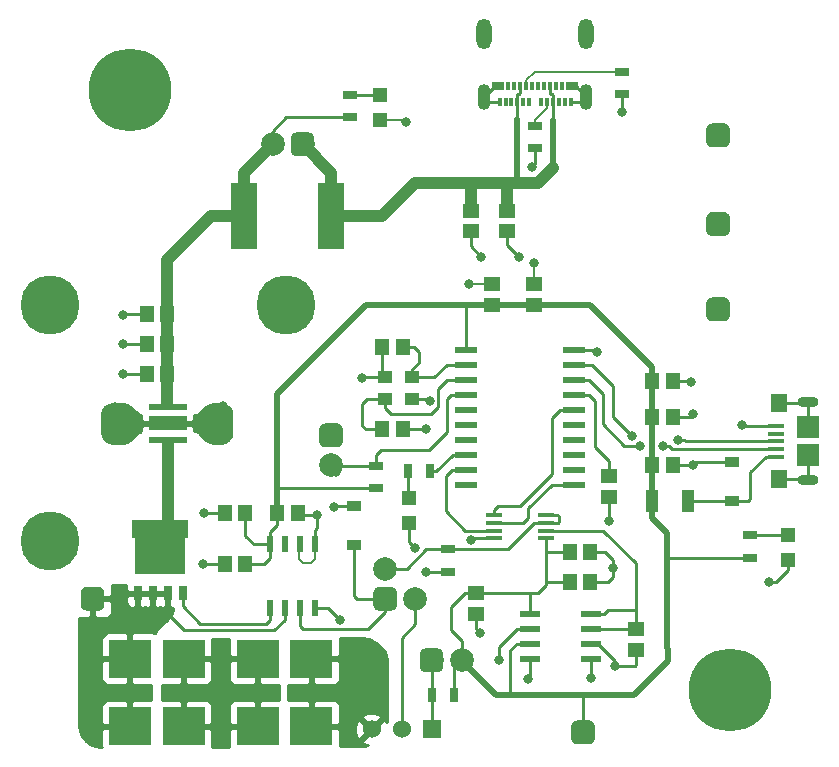
<source format=gbr>
G04 #@! TF.GenerationSoftware,KiCad,Pcbnew,(5.0.0)*
G04 #@! TF.CreationDate,2020-08-04T09:55:42-04:00*
G04 #@! TF.ProjectId,Lighting,4C69676874696E672E6B696361645F70,1*
G04 #@! TF.SameCoordinates,Original*
G04 #@! TF.FileFunction,Copper,L1,Top,Signal*
G04 #@! TF.FilePolarity,Positive*
%FSLAX46Y46*%
G04 Gerber Fmt 4.6, Leading zero omitted, Abs format (unit mm)*
G04 Created by KiCad (PCBNEW (5.0.0)) date 08/04/20 09:55:42*
%MOMM*%
%LPD*%
G01*
G04 APERTURE LIST*
G04 #@! TA.AperFunction,SMDPad,CuDef*
%ADD10R,2.300000X5.600000*%
G04 #@! TD*
G04 #@! TA.AperFunction,ComponentPad*
%ADD11O,1.800000X0.900000*%
G04 #@! TD*
G04 #@! TA.AperFunction,SMDPad,CuDef*
%ADD12R,1.900000X1.900000*%
G04 #@! TD*
G04 #@! TA.AperFunction,SMDPad,CuDef*
%ADD13R,1.400000X1.600000*%
G04 #@! TD*
G04 #@! TA.AperFunction,SMDPad,CuDef*
%ADD14R,1.350000X0.400000*%
G04 #@! TD*
G04 #@! TA.AperFunction,SMDPad,CuDef*
%ADD15R,1.470000X1.160000*%
G04 #@! TD*
G04 #@! TA.AperFunction,SMDPad,CuDef*
%ADD16R,1.200000X1.200000*%
G04 #@! TD*
G04 #@! TA.AperFunction,SMDPad,CuDef*
%ADD17R,3.250000X1.300000*%
G04 #@! TD*
G04 #@! TA.AperFunction,SMDPad,CuDef*
%ADD18R,3.250000X0.480000*%
G04 #@! TD*
G04 #@! TA.AperFunction,ComponentPad*
%ADD19C,2.000000*%
G04 #@! TD*
G04 #@! TA.AperFunction,Conductor*
%ADD20C,0.100000*%
G04 #@! TD*
G04 #@! TA.AperFunction,SMDPad,CuDef*
%ADD21R,4.700000X1.500000*%
G04 #@! TD*
G04 #@! TA.AperFunction,SMDPad,CuDef*
%ADD22R,4.200000X3.100000*%
G04 #@! TD*
G04 #@! TA.AperFunction,SMDPad,CuDef*
%ADD23R,0.700000X1.150000*%
G04 #@! TD*
G04 #@! TA.AperFunction,SMDPad,CuDef*
%ADD24R,1.300000X0.700000*%
G04 #@! TD*
G04 #@! TA.AperFunction,SMDPad,CuDef*
%ADD25R,0.700000X1.300000*%
G04 #@! TD*
G04 #@! TA.AperFunction,SMDPad,CuDef*
%ADD26R,3.550000X3.200000*%
G04 #@! TD*
G04 #@! TA.AperFunction,ComponentPad*
%ADD27C,1.524000*%
G04 #@! TD*
G04 #@! TA.AperFunction,ComponentPad*
%ADD28R,1.524000X1.524000*%
G04 #@! TD*
G04 #@! TA.AperFunction,SMDPad,CuDef*
%ADD29R,1.300000X1.050000*%
G04 #@! TD*
G04 #@! TA.AperFunction,SMDPad,CuDef*
%ADD30R,0.568000X1.454899*%
G04 #@! TD*
G04 #@! TA.AperFunction,SMDPad,CuDef*
%ADD31R,1.160000X1.470000*%
G04 #@! TD*
G04 #@! TA.AperFunction,ComponentPad*
%ADD32O,1.300000X2.600000*%
G04 #@! TD*
G04 #@! TA.AperFunction,ComponentPad*
%ADD33O,1.100000X2.200000*%
G04 #@! TD*
G04 #@! TA.AperFunction,SMDPad,CuDef*
%ADD34R,1.000000X0.700000*%
G04 #@! TD*
G04 #@! TA.AperFunction,SMDPad,CuDef*
%ADD35R,0.300000X0.700000*%
G04 #@! TD*
G04 #@! TA.AperFunction,SMDPad,CuDef*
%ADD36R,1.100000X1.900000*%
G04 #@! TD*
G04 #@! TA.AperFunction,SMDPad,CuDef*
%ADD37R,1.710000X0.610000*%
G04 #@! TD*
G04 #@! TA.AperFunction,SMDPad,CuDef*
%ADD38R,1.900000X0.600000*%
G04 #@! TD*
G04 #@! TA.AperFunction,SMDPad,CuDef*
%ADD39R,1.220000X0.910000*%
G04 #@! TD*
G04 #@! TA.AperFunction,SMDPad,CuDef*
%ADD40R,1.450000X0.450000*%
G04 #@! TD*
G04 #@! TA.AperFunction,ViaPad*
%ADD41C,7.000000*%
G04 #@! TD*
G04 #@! TA.AperFunction,ViaPad*
%ADD42C,5.000000*%
G04 #@! TD*
G04 #@! TA.AperFunction,ViaPad*
%ADD43C,0.800000*%
G04 #@! TD*
G04 #@! TA.AperFunction,Conductor*
%ADD44C,0.254000*%
G04 #@! TD*
G04 #@! TA.AperFunction,Conductor*
%ADD45C,0.152400*%
G04 #@! TD*
G04 #@! TA.AperFunction,Conductor*
%ADD46C,0.250000*%
G04 #@! TD*
G04 #@! TA.AperFunction,Conductor*
%ADD47C,1.016000*%
G04 #@! TD*
G04 #@! TA.AperFunction,Conductor*
%ADD48C,0.508000*%
G04 #@! TD*
G04 APERTURE END LIST*
D10*
G04 #@! TO.P,R11,1*
G04 #@! TO.N,+5V*
X220455000Y-77470000D03*
G04 #@! TO.P,R11,2*
G04 #@! TO.N,Net-(C6-Pad1)*
X227855000Y-77470000D03*
G04 #@! TD*
D11*
G04 #@! TO.P,J2,6*
G04 #@! TO.N,GND*
X268224000Y-93220000D03*
X268224000Y-99820000D03*
D12*
X268224000Y-95320000D03*
X268224000Y-97720000D03*
D13*
X265774000Y-93320000D03*
X265774000Y-99720000D03*
D14*
G04 #@! TO.P,J2,5*
X265549000Y-95220000D03*
G04 #@! TO.P,J2,4*
G04 #@! TO.N,N/C*
X265549000Y-95870000D03*
G04 #@! TO.P,J2,3*
G04 #@! TO.N,/D+*
X265549000Y-96520000D03*
G04 #@! TO.P,J2,2*
G04 #@! TO.N,/D-*
X265549000Y-97170000D03*
G04 #@! TO.P,J2,1*
G04 #@! TO.N,Net-(D1-Pad1)*
X265549000Y-97820000D03*
G04 #@! TD*
D15*
G04 #@! TO.P,C12,2*
G04 #@! TO.N,GND*
X253619000Y-114159000D03*
G04 #@! TO.P,C12,1*
G04 #@! TO.N,Net-(C12-Pad1)*
X253619000Y-112409000D03*
G04 #@! TD*
D16*
G04 #@! TO.P,D5,2*
G04 #@! TO.N,Net-(D5-Pad2)*
X234442000Y-101346000D03*
G04 #@! TO.P,D5,1*
G04 #@! TO.N,GND*
X234442000Y-103446000D03*
G04 #@! TD*
G04 #@! TO.P,D6,2*
G04 #@! TO.N,Net-(D6-Pad2)*
X266500017Y-104492488D03*
G04 #@! TO.P,D6,1*
G04 #@! TO.N,GND*
X266500017Y-106592488D03*
G04 #@! TD*
D17*
G04 #@! TO.P,D7,3*
G04 #@! TO.N,GND*
X214000000Y-95000000D03*
D18*
G04 #@! TO.P,D7,1*
G04 #@! TO.N,Net-(D7-Pad1)*
X214000000Y-96390000D03*
G04 #@! TO.P,D7,2*
G04 #@! TO.N,+5V*
X214000000Y-93610000D03*
G04 #@! TD*
D16*
G04 #@! TO.P,D8,2*
G04 #@! TO.N,Net-(D8-Pad2)*
X232018567Y-67194571D03*
G04 #@! TO.P,D8,1*
G04 #@! TO.N,GND*
X232018567Y-69294571D03*
G04 #@! TD*
D19*
G04 #@! TO.P,JP1,2*
G04 #@! TO.N,Net-(JP1-Pad2)*
X227838000Y-98552000D03*
D20*
G04 #@! TD*
G04 #@! TO.N,GND*
G04 #@! TO.C,JP1*
G36*
X228387009Y-95014408D02*
X228435545Y-95021607D01*
X228483142Y-95033530D01*
X228529342Y-95050060D01*
X228573698Y-95071039D01*
X228615785Y-95096265D01*
X228655197Y-95125495D01*
X228691553Y-95158447D01*
X228724505Y-95194803D01*
X228753735Y-95234215D01*
X228778961Y-95276302D01*
X228799940Y-95320658D01*
X228816470Y-95366858D01*
X228828393Y-95414455D01*
X228835592Y-95462991D01*
X228838000Y-95512000D01*
X228838000Y-96512000D01*
X228835592Y-96561009D01*
X228828393Y-96609545D01*
X228816470Y-96657142D01*
X228799940Y-96703342D01*
X228778961Y-96747698D01*
X228753735Y-96789785D01*
X228724505Y-96829197D01*
X228691553Y-96865553D01*
X228655197Y-96898505D01*
X228615785Y-96927735D01*
X228573698Y-96952961D01*
X228529342Y-96973940D01*
X228483142Y-96990470D01*
X228435545Y-97002393D01*
X228387009Y-97009592D01*
X228338000Y-97012000D01*
X227338000Y-97012000D01*
X227288991Y-97009592D01*
X227240455Y-97002393D01*
X227192858Y-96990470D01*
X227146658Y-96973940D01*
X227102302Y-96952961D01*
X227060215Y-96927735D01*
X227020803Y-96898505D01*
X226984447Y-96865553D01*
X226951495Y-96829197D01*
X226922265Y-96789785D01*
X226897039Y-96747698D01*
X226876060Y-96703342D01*
X226859530Y-96657142D01*
X226847607Y-96609545D01*
X226840408Y-96561009D01*
X226838000Y-96512000D01*
X226838000Y-95512000D01*
X226840408Y-95462991D01*
X226847607Y-95414455D01*
X226859530Y-95366858D01*
X226876060Y-95320658D01*
X226897039Y-95276302D01*
X226922265Y-95234215D01*
X226951495Y-95194803D01*
X226984447Y-95158447D01*
X227020803Y-95125495D01*
X227060215Y-95096265D01*
X227102302Y-95071039D01*
X227146658Y-95050060D01*
X227192858Y-95033530D01*
X227240455Y-95021607D01*
X227288991Y-95014408D01*
X227338000Y-95012000D01*
X228338000Y-95012000D01*
X228387009Y-95014408D01*
X228387009Y-95014408D01*
G37*
D19*
G04 #@! TO.P,JP1,1*
G04 #@! TO.N,GND*
X227838000Y-96012000D03*
G04 #@! TD*
G04 #@! TO.P,JP2,2*
G04 #@! TO.N,VCC*
X238887000Y-115062000D03*
D20*
G04 #@! TD*
G04 #@! TO.N,Net-(JP2-Pad1)*
G04 #@! TO.C,JP2*
G36*
X236896009Y-114064408D02*
X236944545Y-114071607D01*
X236992142Y-114083530D01*
X237038342Y-114100060D01*
X237082698Y-114121039D01*
X237124785Y-114146265D01*
X237164197Y-114175495D01*
X237200553Y-114208447D01*
X237233505Y-114244803D01*
X237262735Y-114284215D01*
X237287961Y-114326302D01*
X237308940Y-114370658D01*
X237325470Y-114416858D01*
X237337393Y-114464455D01*
X237344592Y-114512991D01*
X237347000Y-114562000D01*
X237347000Y-115562000D01*
X237344592Y-115611009D01*
X237337393Y-115659545D01*
X237325470Y-115707142D01*
X237308940Y-115753342D01*
X237287961Y-115797698D01*
X237262735Y-115839785D01*
X237233505Y-115879197D01*
X237200553Y-115915553D01*
X237164197Y-115948505D01*
X237124785Y-115977735D01*
X237082698Y-116002961D01*
X237038342Y-116023940D01*
X236992142Y-116040470D01*
X236944545Y-116052393D01*
X236896009Y-116059592D01*
X236847000Y-116062000D01*
X235847000Y-116062000D01*
X235797991Y-116059592D01*
X235749455Y-116052393D01*
X235701858Y-116040470D01*
X235655658Y-116023940D01*
X235611302Y-116002961D01*
X235569215Y-115977735D01*
X235529803Y-115948505D01*
X235493447Y-115915553D01*
X235460495Y-115879197D01*
X235431265Y-115839785D01*
X235406039Y-115797698D01*
X235385060Y-115753342D01*
X235368530Y-115707142D01*
X235356607Y-115659545D01*
X235349408Y-115611009D01*
X235347000Y-115562000D01*
X235347000Y-114562000D01*
X235349408Y-114512991D01*
X235356607Y-114464455D01*
X235368530Y-114416858D01*
X235385060Y-114370658D01*
X235406039Y-114326302D01*
X235431265Y-114284215D01*
X235460495Y-114244803D01*
X235493447Y-114208447D01*
X235529803Y-114175495D01*
X235569215Y-114146265D01*
X235611302Y-114121039D01*
X235655658Y-114100060D01*
X235701858Y-114083530D01*
X235749455Y-114071607D01*
X235797991Y-114064408D01*
X235847000Y-114062000D01*
X236847000Y-114062000D01*
X236896009Y-114064408D01*
X236896009Y-114064408D01*
G37*
D19*
G04 #@! TO.P,JP2,1*
G04 #@! TO.N,Net-(JP2-Pad1)*
X236347000Y-115062000D03*
G04 #@! TD*
G04 #@! TO.P,JP5,2*
G04 #@! TO.N,+5V*
X222885000Y-71374000D03*
D20*
G04 #@! TD*
G04 #@! TO.N,Net-(C6-Pad1)*
G04 #@! TO.C,JP5*
G36*
X225974009Y-70376408D02*
X226022545Y-70383607D01*
X226070142Y-70395530D01*
X226116342Y-70412060D01*
X226160698Y-70433039D01*
X226202785Y-70458265D01*
X226242197Y-70487495D01*
X226278553Y-70520447D01*
X226311505Y-70556803D01*
X226340735Y-70596215D01*
X226365961Y-70638302D01*
X226386940Y-70682658D01*
X226403470Y-70728858D01*
X226415393Y-70776455D01*
X226422592Y-70824991D01*
X226425000Y-70874000D01*
X226425000Y-71874000D01*
X226422592Y-71923009D01*
X226415393Y-71971545D01*
X226403470Y-72019142D01*
X226386940Y-72065342D01*
X226365961Y-72109698D01*
X226340735Y-72151785D01*
X226311505Y-72191197D01*
X226278553Y-72227553D01*
X226242197Y-72260505D01*
X226202785Y-72289735D01*
X226160698Y-72314961D01*
X226116342Y-72335940D01*
X226070142Y-72352470D01*
X226022545Y-72364393D01*
X225974009Y-72371592D01*
X225925000Y-72374000D01*
X224925000Y-72374000D01*
X224875991Y-72371592D01*
X224827455Y-72364393D01*
X224779858Y-72352470D01*
X224733658Y-72335940D01*
X224689302Y-72314961D01*
X224647215Y-72289735D01*
X224607803Y-72260505D01*
X224571447Y-72227553D01*
X224538495Y-72191197D01*
X224509265Y-72151785D01*
X224484039Y-72109698D01*
X224463060Y-72065342D01*
X224446530Y-72019142D01*
X224434607Y-71971545D01*
X224427408Y-71923009D01*
X224425000Y-71874000D01*
X224425000Y-70874000D01*
X224427408Y-70824991D01*
X224434607Y-70776455D01*
X224446530Y-70728858D01*
X224463060Y-70682658D01*
X224484039Y-70638302D01*
X224509265Y-70596215D01*
X224538495Y-70556803D01*
X224571447Y-70520447D01*
X224607803Y-70487495D01*
X224647215Y-70458265D01*
X224689302Y-70433039D01*
X224733658Y-70412060D01*
X224779858Y-70395530D01*
X224827455Y-70383607D01*
X224875991Y-70376408D01*
X224925000Y-70374000D01*
X225925000Y-70374000D01*
X225974009Y-70376408D01*
X225974009Y-70376408D01*
G37*
D19*
G04 #@! TO.P,JP5,1*
G04 #@! TO.N,Net-(C6-Pad1)*
X225425000Y-71374000D03*
G04 #@! TD*
D21*
G04 #@! TO.P,Q1,1*
G04 #@! TO.N,Net-(D7-Pad1)*
X213360000Y-103930000D03*
D22*
X213360000Y-106230000D03*
D23*
G04 #@! TO.P,Q1,3*
G04 #@! TO.N,Net-(Q1-Pad3)*
X213995000Y-109405000D03*
X212725000Y-109405000D03*
G04 #@! TO.P,Q1,2*
G04 #@! TO.N,Net-(Q1-Pad2)*
X215265000Y-109405000D03*
G04 #@! TO.P,Q1,3*
G04 #@! TO.N,Net-(Q1-Pad3)*
X211455000Y-109405000D03*
G04 #@! TD*
D24*
G04 #@! TO.P,R1,2*
G04 #@! TO.N,Net-(JP1-Pad2)*
X231648000Y-98618000D03*
G04 #@! TO.P,R1,1*
G04 #@! TO.N,VCC*
X231648000Y-100518000D03*
G04 #@! TD*
G04 #@! TO.P,R2,2*
G04 #@! TO.N,GND*
X252476000Y-67117000D03*
G04 #@! TO.P,R2,1*
G04 #@! TO.N,Net-(J1-PadB5)*
X252476000Y-65217000D03*
G04 #@! TD*
G04 #@! TO.P,R3,2*
G04 #@! TO.N,GND*
X245110000Y-71689000D03*
G04 #@! TO.P,R3,1*
G04 #@! TO.N,Net-(J1-PadA5)*
X245110000Y-69789000D03*
G04 #@! TD*
G04 #@! TO.P,R4,2*
G04 #@! TO.N,GND*
X237744000Y-107564000D03*
G04 #@! TO.P,R4,1*
G04 #@! TO.N,Net-(JP3-Pad2)*
X237744000Y-105664000D03*
G04 #@! TD*
D25*
G04 #@! TO.P,R5,2*
G04 #@! TO.N,Net-(JP2-Pad1)*
X236347000Y-117983000D03*
G04 #@! TO.P,R5,1*
G04 #@! TO.N,VCC*
X238247000Y-117983000D03*
G04 #@! TD*
G04 #@! TO.P,R13,2*
G04 #@! TO.N,Net-(D5-Pad2)*
X234315000Y-99060000D03*
G04 #@! TO.P,R13,1*
G04 #@! TO.N,Net-(R13-Pad1)*
X236215000Y-99060000D03*
G04 #@! TD*
D26*
G04 #@! TO.P,R18,1*
G04 #@! TO.N,Net-(Q1-Pad3)*
X210800090Y-114949116D03*
G04 #@! TO.P,R18,2*
G04 #@! TO.N,Net-(R18-Pad2)*
X215350090Y-114949116D03*
G04 #@! TD*
G04 #@! TO.P,R19,1*
G04 #@! TO.N,Net-(R18-Pad2)*
X221615000Y-114935000D03*
G04 #@! TO.P,R19,2*
G04 #@! TO.N,GND*
X226165000Y-114935000D03*
G04 #@! TD*
D24*
G04 #@! TO.P,R20,2*
G04 #@! TO.N,Net-(D6-Pad2)*
X263271000Y-104465488D03*
G04 #@! TO.P,R20,1*
G04 #@! TO.N,VCC*
X263271000Y-106365488D03*
G04 #@! TD*
D26*
G04 #@! TO.P,R21,1*
G04 #@! TO.N,Net-(Q1-Pad3)*
X210800090Y-120650000D03*
G04 #@! TO.P,R21,2*
G04 #@! TO.N,Net-(R18-Pad2)*
X215350090Y-120650000D03*
G04 #@! TD*
G04 #@! TO.P,R22,1*
G04 #@! TO.N,Net-(R18-Pad2)*
X221615000Y-120650000D03*
G04 #@! TO.P,R22,2*
G04 #@! TO.N,GND*
X226165000Y-120650000D03*
G04 #@! TD*
D24*
G04 #@! TO.P,R23,2*
G04 #@! TO.N,Net-(D8-Pad2)*
X229478567Y-67208400D03*
G04 #@! TO.P,R23,1*
G04 #@! TO.N,+5V*
X229478567Y-69108400D03*
G04 #@! TD*
D27*
G04 #@! TO.P,RV1,3*
G04 #@! TO.N,GND*
X231267000Y-120904000D03*
G04 #@! TO.P,RV1,2*
G04 #@! TO.N,Net-(JP3-Pad3)*
X233807000Y-120904000D03*
D28*
G04 #@! TO.P,RV1,1*
G04 #@! TO.N,Net-(JP2-Pad1)*
X236347000Y-120904000D03*
G04 #@! TD*
D20*
G04 #@! TO.N,GND*
G04 #@! TO.C,TP2*
G36*
X261153009Y-84346408D02*
X261201545Y-84353607D01*
X261249142Y-84365530D01*
X261295342Y-84382060D01*
X261339698Y-84403039D01*
X261381785Y-84428265D01*
X261421197Y-84457495D01*
X261457553Y-84490447D01*
X261490505Y-84526803D01*
X261519735Y-84566215D01*
X261544961Y-84608302D01*
X261565940Y-84652658D01*
X261582470Y-84698858D01*
X261594393Y-84746455D01*
X261601592Y-84794991D01*
X261604000Y-84844000D01*
X261604000Y-85844000D01*
X261601592Y-85893009D01*
X261594393Y-85941545D01*
X261582470Y-85989142D01*
X261565940Y-86035342D01*
X261544961Y-86079698D01*
X261519735Y-86121785D01*
X261490505Y-86161197D01*
X261457553Y-86197553D01*
X261421197Y-86230505D01*
X261381785Y-86259735D01*
X261339698Y-86284961D01*
X261295342Y-86305940D01*
X261249142Y-86322470D01*
X261201545Y-86334393D01*
X261153009Y-86341592D01*
X261104000Y-86344000D01*
X260104000Y-86344000D01*
X260054991Y-86341592D01*
X260006455Y-86334393D01*
X259958858Y-86322470D01*
X259912658Y-86305940D01*
X259868302Y-86284961D01*
X259826215Y-86259735D01*
X259786803Y-86230505D01*
X259750447Y-86197553D01*
X259717495Y-86161197D01*
X259688265Y-86121785D01*
X259663039Y-86079698D01*
X259642060Y-86035342D01*
X259625530Y-85989142D01*
X259613607Y-85941545D01*
X259606408Y-85893009D01*
X259604000Y-85844000D01*
X259604000Y-84844000D01*
X259606408Y-84794991D01*
X259613607Y-84746455D01*
X259625530Y-84698858D01*
X259642060Y-84652658D01*
X259663039Y-84608302D01*
X259688265Y-84566215D01*
X259717495Y-84526803D01*
X259750447Y-84490447D01*
X259786803Y-84457495D01*
X259826215Y-84428265D01*
X259868302Y-84403039D01*
X259912658Y-84382060D01*
X259958858Y-84365530D01*
X260006455Y-84353607D01*
X260054991Y-84346408D01*
X260104000Y-84344000D01*
X261104000Y-84344000D01*
X261153009Y-84346408D01*
X261153009Y-84346408D01*
G37*
D19*
G04 #@! TD*
G04 #@! TO.P,TP2,1*
G04 #@! TO.N,GND*
X260604000Y-85344000D03*
D20*
G04 #@! TO.N,VCC*
G04 #@! TO.C,TP3*
G36*
X249723009Y-120160408D02*
X249771545Y-120167607D01*
X249819142Y-120179530D01*
X249865342Y-120196060D01*
X249909698Y-120217039D01*
X249951785Y-120242265D01*
X249991197Y-120271495D01*
X250027553Y-120304447D01*
X250060505Y-120340803D01*
X250089735Y-120380215D01*
X250114961Y-120422302D01*
X250135940Y-120466658D01*
X250152470Y-120512858D01*
X250164393Y-120560455D01*
X250171592Y-120608991D01*
X250174000Y-120658000D01*
X250174000Y-121658000D01*
X250171592Y-121707009D01*
X250164393Y-121755545D01*
X250152470Y-121803142D01*
X250135940Y-121849342D01*
X250114961Y-121893698D01*
X250089735Y-121935785D01*
X250060505Y-121975197D01*
X250027553Y-122011553D01*
X249991197Y-122044505D01*
X249951785Y-122073735D01*
X249909698Y-122098961D01*
X249865342Y-122119940D01*
X249819142Y-122136470D01*
X249771545Y-122148393D01*
X249723009Y-122155592D01*
X249674000Y-122158000D01*
X248674000Y-122158000D01*
X248624991Y-122155592D01*
X248576455Y-122148393D01*
X248528858Y-122136470D01*
X248482658Y-122119940D01*
X248438302Y-122098961D01*
X248396215Y-122073735D01*
X248356803Y-122044505D01*
X248320447Y-122011553D01*
X248287495Y-121975197D01*
X248258265Y-121935785D01*
X248233039Y-121893698D01*
X248212060Y-121849342D01*
X248195530Y-121803142D01*
X248183607Y-121755545D01*
X248176408Y-121707009D01*
X248174000Y-121658000D01*
X248174000Y-120658000D01*
X248176408Y-120608991D01*
X248183607Y-120560455D01*
X248195530Y-120512858D01*
X248212060Y-120466658D01*
X248233039Y-120422302D01*
X248258265Y-120380215D01*
X248287495Y-120340803D01*
X248320447Y-120304447D01*
X248356803Y-120271495D01*
X248396215Y-120242265D01*
X248438302Y-120217039D01*
X248482658Y-120196060D01*
X248528858Y-120179530D01*
X248576455Y-120167607D01*
X248624991Y-120160408D01*
X248674000Y-120158000D01*
X249674000Y-120158000D01*
X249723009Y-120160408D01*
X249723009Y-120160408D01*
G37*
D19*
G04 #@! TD*
G04 #@! TO.P,TP3,1*
G04 #@! TO.N,VCC*
X249174000Y-121158000D03*
D29*
G04 #@! TO.P,Y1,4*
G04 #@! TO.N,GND*
X234703000Y-92964000D03*
G04 #@! TO.P,Y1,2*
X232403000Y-91114000D03*
G04 #@! TO.P,Y1,3*
G04 #@! TO.N,Net-(C4-Pad1)*
X232403000Y-92964000D03*
G04 #@! TO.P,Y1,1*
G04 #@! TO.N,Net-(C3-Pad1)*
X234703000Y-91114000D03*
G04 #@! TD*
D20*
G04 #@! TO.N,Net-(Q1-Pad3)*
G04 #@! TO.C,Vs1*
G36*
X208194009Y-108857408D02*
X208242545Y-108864607D01*
X208290142Y-108876530D01*
X208336342Y-108893060D01*
X208380698Y-108914039D01*
X208422785Y-108939265D01*
X208462197Y-108968495D01*
X208498553Y-109001447D01*
X208531505Y-109037803D01*
X208560735Y-109077215D01*
X208585961Y-109119302D01*
X208606940Y-109163658D01*
X208623470Y-109209858D01*
X208635393Y-109257455D01*
X208642592Y-109305991D01*
X208645000Y-109355000D01*
X208645000Y-110355000D01*
X208642592Y-110404009D01*
X208635393Y-110452545D01*
X208623470Y-110500142D01*
X208606940Y-110546342D01*
X208585961Y-110590698D01*
X208560735Y-110632785D01*
X208531505Y-110672197D01*
X208498553Y-110708553D01*
X208462197Y-110741505D01*
X208422785Y-110770735D01*
X208380698Y-110795961D01*
X208336342Y-110816940D01*
X208290142Y-110833470D01*
X208242545Y-110845393D01*
X208194009Y-110852592D01*
X208145000Y-110855000D01*
X207145000Y-110855000D01*
X207095991Y-110852592D01*
X207047455Y-110845393D01*
X206999858Y-110833470D01*
X206953658Y-110816940D01*
X206909302Y-110795961D01*
X206867215Y-110770735D01*
X206827803Y-110741505D01*
X206791447Y-110708553D01*
X206758495Y-110672197D01*
X206729265Y-110632785D01*
X206704039Y-110590698D01*
X206683060Y-110546342D01*
X206666530Y-110500142D01*
X206654607Y-110452545D01*
X206647408Y-110404009D01*
X206645000Y-110355000D01*
X206645000Y-109355000D01*
X206647408Y-109305991D01*
X206654607Y-109257455D01*
X206666530Y-109209858D01*
X206683060Y-109163658D01*
X206704039Y-109119302D01*
X206729265Y-109077215D01*
X206758495Y-109037803D01*
X206791447Y-109001447D01*
X206827803Y-108968495D01*
X206867215Y-108939265D01*
X206909302Y-108914039D01*
X206953658Y-108893060D01*
X206999858Y-108876530D01*
X207047455Y-108864607D01*
X207095991Y-108857408D01*
X207145000Y-108855000D01*
X208145000Y-108855000D01*
X208194009Y-108857408D01*
X208194009Y-108857408D01*
G37*
D19*
G04 #@! TD*
G04 #@! TO.P,Vs1,1*
G04 #@! TO.N,Net-(Q1-Pad3)*
X207645000Y-109855000D03*
D30*
G04 #@! TO.P,U4,8*
G04 #@! TO.N,VCC*
X222631000Y-105228652D03*
G04 #@! TO.P,U4,7*
G04 #@! TO.N,N/C*
X223901000Y-105228652D03*
G04 #@! TO.P,U4,6*
G04 #@! TO.N,GND*
X225171000Y-105228652D03*
G04 #@! TO.P,U4,5*
X226441000Y-105228652D03*
G04 #@! TO.P,U4,4*
X226441000Y-110671348D03*
G04 #@! TO.P,U4,3*
G04 #@! TO.N,Net-(D2-Pad1)*
X225171000Y-110671348D03*
G04 #@! TO.P,U4,2*
G04 #@! TO.N,Net-(Q1-Pad3)*
X223901000Y-110671348D03*
G04 #@! TO.P,U4,1*
G04 #@! TO.N,Net-(Q1-Pad2)*
X222631000Y-110671348D03*
G04 #@! TD*
D31*
G04 #@! TO.P,C16,2*
G04 #@! TO.N,GND*
X225030000Y-102616000D03*
G04 #@! TO.P,C16,1*
G04 #@! TO.N,VCC*
X223280000Y-102616000D03*
G04 #@! TD*
G04 #@! TO.P,C17,2*
G04 #@! TO.N,GND*
X218835000Y-102616000D03*
G04 #@! TO.P,C17,1*
G04 #@! TO.N,VCC*
X220585000Y-102616000D03*
G04 #@! TD*
G04 #@! TO.P,C19,2*
G04 #@! TO.N,GND*
X218835000Y-106934000D03*
G04 #@! TO.P,C19,1*
G04 #@! TO.N,VCC*
X220585000Y-106934000D03*
G04 #@! TD*
G04 #@! TO.P,C13,2*
G04 #@! TO.N,GND*
X256766000Y-98552000D03*
G04 #@! TO.P,C13,1*
G04 #@! TO.N,VCC*
X255016000Y-98552000D03*
G04 #@! TD*
G04 #@! TO.P,C14,2*
G04 #@! TO.N,GND*
X256766000Y-94488000D03*
G04 #@! TO.P,C14,1*
G04 #@! TO.N,VCC*
X255016000Y-94488000D03*
G04 #@! TD*
G04 #@! TO.P,C15,2*
G04 #@! TO.N,GND*
X256766000Y-91440000D03*
G04 #@! TO.P,C15,1*
G04 #@! TO.N,VCC*
X255016000Y-91440000D03*
G04 #@! TD*
D32*
G04 #@! TO.P,J1,S1*
G04 #@! TO.N,GND*
X240790000Y-62008000D03*
X249430000Y-62008000D03*
D33*
X240790000Y-67368000D03*
X249430000Y-67368000D03*
D34*
G04 #@! TO.P,J1,B12*
X248210000Y-66478000D03*
D35*
G04 #@! TO.P,J1,B11*
G04 #@! TO.N,N/C*
X247360000Y-66478000D03*
G04 #@! TO.P,J1,B10*
X246860000Y-66478000D03*
G04 #@! TO.P,J1,B9*
G04 #@! TO.N,Net-(C6-Pad1)*
X246360000Y-66478000D03*
G04 #@! TO.P,J1,B8*
G04 #@! TO.N,N/C*
X245860000Y-66478000D03*
G04 #@! TO.P,J1,B7*
X245360000Y-66478000D03*
G04 #@! TO.P,J1,B6*
X244860000Y-66478000D03*
G04 #@! TO.P,J1,B5*
G04 #@! TO.N,Net-(J1-PadB5)*
X244360000Y-66478000D03*
G04 #@! TO.P,J1,B4*
G04 #@! TO.N,Net-(C6-Pad1)*
X243860000Y-66478000D03*
G04 #@! TO.P,J1,B3*
G04 #@! TO.N,N/C*
X243360000Y-66478000D03*
G04 #@! TO.P,J1,B2*
X242860000Y-66478000D03*
D34*
G04 #@! TO.P,J1,B1*
G04 #@! TO.N,GND*
X242010000Y-66478000D03*
D35*
G04 #@! TO.P,J1,A12*
X242110000Y-67778000D03*
G04 #@! TO.P,J1,A11*
G04 #@! TO.N,N/C*
X242610000Y-67778000D03*
G04 #@! TO.P,J1,A10*
X243110000Y-67778000D03*
G04 #@! TO.P,J1,A9*
G04 #@! TO.N,Net-(C6-Pad1)*
X243610000Y-67778000D03*
G04 #@! TO.P,J1,A8*
G04 #@! TO.N,N/C*
X244110000Y-67778000D03*
G04 #@! TO.P,J1,A7*
X244610000Y-67778000D03*
G04 #@! TO.P,J1,A6*
X245610000Y-67778000D03*
G04 #@! TO.P,J1,A5*
G04 #@! TO.N,Net-(J1-PadA5)*
X246110000Y-67778000D03*
G04 #@! TO.P,J1,A4*
G04 #@! TO.N,Net-(C6-Pad1)*
X246610000Y-67778000D03*
G04 #@! TO.P,J1,A3*
G04 #@! TO.N,N/C*
X247110000Y-67778000D03*
G04 #@! TO.P,J1,A2*
X247610000Y-67778000D03*
G04 #@! TO.P,J1,A1*
G04 #@! TO.N,GND*
X248110000Y-67778000D03*
G04 #@! TD*
D36*
G04 #@! TO.P,R16,2*
G04 #@! TO.N,Net-(D1-Pad1)*
X258040000Y-101600000D03*
G04 #@! TO.P,R16,1*
G04 #@! TO.N,VCC*
X255040000Y-101600000D03*
G04 #@! TD*
D15*
G04 #@! TO.P,C6,2*
G04 #@! TO.N,GND*
X242697000Y-78740000D03*
G04 #@! TO.P,C6,1*
G04 #@! TO.N,Net-(C6-Pad1)*
X242697000Y-76990000D03*
G04 #@! TD*
G04 #@! TO.P,C7,2*
G04 #@! TO.N,GND*
X239649000Y-78740000D03*
G04 #@! TO.P,C7,1*
G04 #@! TO.N,Net-(C6-Pad1)*
X239649000Y-76990000D03*
G04 #@! TD*
D31*
G04 #@! TO.P,C18,2*
G04 #@! TO.N,GND*
X212231000Y-85788500D03*
G04 #@! TO.P,C18,1*
G04 #@! TO.N,+5V*
X213981000Y-85788500D03*
G04 #@! TD*
G04 #@! TO.P,C20,2*
G04 #@! TO.N,GND*
X212231000Y-90868500D03*
G04 #@! TO.P,C20,1*
G04 #@! TO.N,+5V*
X213981000Y-90868500D03*
G04 #@! TD*
G04 #@! TO.P,C21,2*
G04 #@! TO.N,GND*
X212231000Y-88328500D03*
G04 #@! TO.P,C21,1*
G04 #@! TO.N,+5V*
X213981000Y-88328500D03*
G04 #@! TD*
D37*
G04 #@! TO.P,U5,8*
G04 #@! TO.N,Net-(C12-Pad1)*
X249874000Y-111125000D03*
G04 #@! TO.P,U5,7*
X249874000Y-112395000D03*
G04 #@! TO.P,U5,6*
G04 #@! TO.N,GND*
X249874000Y-113665000D03*
G04 #@! TO.P,U5,5*
X249874000Y-114935000D03*
G04 #@! TO.P,U5,4*
X244664000Y-114935000D03*
G04 #@! TO.P,U5,3*
G04 #@! TO.N,VCC*
X244664000Y-113665000D03*
G04 #@! TO.P,U5,2*
G04 #@! TO.N,GND*
X244664000Y-112395000D03*
G04 #@! TO.P,U5,1*
G04 #@! TO.N,VCC*
X244664000Y-111125000D03*
G04 #@! TD*
D31*
G04 #@! TO.P,C9,2*
G04 #@! TO.N,GND*
X249795000Y-108458000D03*
G04 #@! TO.P,C9,1*
G04 #@! TO.N,VCC*
X248045000Y-108458000D03*
G04 #@! TD*
G04 #@! TO.P,C10,2*
G04 #@! TO.N,GND*
X249795000Y-105918000D03*
G04 #@! TO.P,C10,1*
G04 #@! TO.N,VCC*
X248045000Y-105918000D03*
G04 #@! TD*
D15*
G04 #@! TO.P,C11,2*
G04 #@! TO.N,GND*
X240131600Y-111161800D03*
G04 #@! TO.P,C11,1*
G04 #@! TO.N,VCC*
X240131600Y-109411800D03*
G04 #@! TD*
D31*
G04 #@! TO.P,C3,2*
G04 #@! TO.N,GND*
X232170000Y-88519000D03*
G04 #@! TO.P,C3,1*
G04 #@! TO.N,Net-(C3-Pad1)*
X233920000Y-88519000D03*
G04 #@! TD*
G04 #@! TO.P,C4,2*
G04 #@! TO.N,GND*
X233920000Y-95504000D03*
G04 #@! TO.P,C4,1*
G04 #@! TO.N,Net-(C4-Pad1)*
X232170000Y-95504000D03*
G04 #@! TD*
D15*
G04 #@! TO.P,C1,2*
G04 #@! TO.N,GND*
X244983000Y-83213000D03*
G04 #@! TO.P,C1,1*
G04 #@! TO.N,VCC*
X244983000Y-84963000D03*
G04 #@! TD*
G04 #@! TO.P,C2,2*
G04 #@! TO.N,GND*
X241427000Y-83213000D03*
G04 #@! TO.P,C2,1*
G04 #@! TO.N,VCC*
X241427000Y-84963000D03*
G04 #@! TD*
G04 #@! TO.P,C5,2*
G04 #@! TO.N,GND*
X251333000Y-101205000D03*
G04 #@! TO.P,C5,1*
G04 #@! TO.N,Net-(C5-Pad1)*
X251333000Y-99455000D03*
G04 #@! TD*
D38*
G04 #@! TO.P,U1,20*
G04 #@! TO.N,GND*
X248440000Y-88773000D03*
G04 #@! TO.P,U1,19*
G04 #@! TO.N,/D+*
X248440000Y-90043000D03*
G04 #@! TO.P,U1,18*
G04 #@! TO.N,/D-*
X248440000Y-91313000D03*
G04 #@! TO.P,U1,17*
G04 #@! TO.N,Net-(C5-Pad1)*
X248440000Y-92583000D03*
G04 #@! TO.P,U1,16*
G04 #@! TO.N,/CS_DAC*
X248440000Y-93853000D03*
G04 #@! TO.P,U1,15*
G04 #@! TO.N,N/C*
X248440000Y-95123000D03*
G04 #@! TO.P,U1,14*
X248440000Y-96393000D03*
G04 #@! TO.P,U1,13*
X248440000Y-97663000D03*
G04 #@! TO.P,U1,12*
X248440000Y-98933000D03*
G04 #@! TO.P,U1,11*
G04 #@! TO.N,/SCK*
X248440000Y-100203000D03*
G04 #@! TO.P,U1,10*
G04 #@! TO.N,N/C*
X239240000Y-100203000D03*
G04 #@! TO.P,U1,9*
G04 #@! TO.N,/MOSI*
X239240000Y-98933000D03*
G04 #@! TO.P,U1,8*
G04 #@! TO.N,Net-(R13-Pad1)*
X239240000Y-97663000D03*
G04 #@! TO.P,U1,7*
G04 #@! TO.N,N/C*
X239240000Y-96393000D03*
G04 #@! TO.P,U1,6*
X239240000Y-95123000D03*
G04 #@! TO.P,U1,5*
X239240000Y-93853000D03*
G04 #@! TO.P,U1,4*
G04 #@! TO.N,Net-(JP1-Pad2)*
X239240000Y-92583000D03*
G04 #@! TO.P,U1,3*
G04 #@! TO.N,Net-(C4-Pad1)*
X239240000Y-91313000D03*
G04 #@! TO.P,U1,2*
G04 #@! TO.N,Net-(C3-Pad1)*
X239240000Y-90043000D03*
G04 #@! TO.P,U1,1*
G04 #@! TO.N,VCC*
X239240000Y-88773000D03*
G04 #@! TD*
D39*
G04 #@! TO.P,D1,2*
G04 #@! TO.N,GND*
X261772400Y-98320000D03*
G04 #@! TO.P,D1,1*
G04 #@! TO.N,Net-(D1-Pad1)*
X261772400Y-101600000D03*
G04 #@! TD*
G04 #@! TO.P,D2,2*
G04 #@! TO.N,GND*
X229743000Y-102003000D03*
G04 #@! TO.P,D2,1*
G04 #@! TO.N,Net-(D2-Pad1)*
X229743000Y-105283000D03*
G04 #@! TD*
D20*
G04 #@! TO.N,GND*
G04 #@! TO.C,TP1*
G36*
X261153009Y-69614408D02*
X261201545Y-69621607D01*
X261249142Y-69633530D01*
X261295342Y-69650060D01*
X261339698Y-69671039D01*
X261381785Y-69696265D01*
X261421197Y-69725495D01*
X261457553Y-69758447D01*
X261490505Y-69794803D01*
X261519735Y-69834215D01*
X261544961Y-69876302D01*
X261565940Y-69920658D01*
X261582470Y-69966858D01*
X261594393Y-70014455D01*
X261601592Y-70062991D01*
X261604000Y-70112000D01*
X261604000Y-71112000D01*
X261601592Y-71161009D01*
X261594393Y-71209545D01*
X261582470Y-71257142D01*
X261565940Y-71303342D01*
X261544961Y-71347698D01*
X261519735Y-71389785D01*
X261490505Y-71429197D01*
X261457553Y-71465553D01*
X261421197Y-71498505D01*
X261381785Y-71527735D01*
X261339698Y-71552961D01*
X261295342Y-71573940D01*
X261249142Y-71590470D01*
X261201545Y-71602393D01*
X261153009Y-71609592D01*
X261104000Y-71612000D01*
X260104000Y-71612000D01*
X260054991Y-71609592D01*
X260006455Y-71602393D01*
X259958858Y-71590470D01*
X259912658Y-71573940D01*
X259868302Y-71552961D01*
X259826215Y-71527735D01*
X259786803Y-71498505D01*
X259750447Y-71465553D01*
X259717495Y-71429197D01*
X259688265Y-71389785D01*
X259663039Y-71347698D01*
X259642060Y-71303342D01*
X259625530Y-71257142D01*
X259613607Y-71209545D01*
X259606408Y-71161009D01*
X259604000Y-71112000D01*
X259604000Y-70112000D01*
X259606408Y-70062991D01*
X259613607Y-70014455D01*
X259625530Y-69966858D01*
X259642060Y-69920658D01*
X259663039Y-69876302D01*
X259688265Y-69834215D01*
X259717495Y-69794803D01*
X259750447Y-69758447D01*
X259786803Y-69725495D01*
X259826215Y-69696265D01*
X259868302Y-69671039D01*
X259912658Y-69650060D01*
X259958858Y-69633530D01*
X260006455Y-69621607D01*
X260054991Y-69614408D01*
X260104000Y-69612000D01*
X261104000Y-69612000D01*
X261153009Y-69614408D01*
X261153009Y-69614408D01*
G37*
D19*
G04 #@! TD*
G04 #@! TO.P,TP1,1*
G04 #@! TO.N,GND*
X260604000Y-70612000D03*
D20*
G04 #@! TO.N,GND*
G04 #@! TO.C,TP4*
G36*
X261153009Y-77132808D02*
X261201545Y-77140007D01*
X261249142Y-77151930D01*
X261295342Y-77168460D01*
X261339698Y-77189439D01*
X261381785Y-77214665D01*
X261421197Y-77243895D01*
X261457553Y-77276847D01*
X261490505Y-77313203D01*
X261519735Y-77352615D01*
X261544961Y-77394702D01*
X261565940Y-77439058D01*
X261582470Y-77485258D01*
X261594393Y-77532855D01*
X261601592Y-77581391D01*
X261604000Y-77630400D01*
X261604000Y-78630400D01*
X261601592Y-78679409D01*
X261594393Y-78727945D01*
X261582470Y-78775542D01*
X261565940Y-78821742D01*
X261544961Y-78866098D01*
X261519735Y-78908185D01*
X261490505Y-78947597D01*
X261457553Y-78983953D01*
X261421197Y-79016905D01*
X261381785Y-79046135D01*
X261339698Y-79071361D01*
X261295342Y-79092340D01*
X261249142Y-79108870D01*
X261201545Y-79120793D01*
X261153009Y-79127992D01*
X261104000Y-79130400D01*
X260104000Y-79130400D01*
X260054991Y-79127992D01*
X260006455Y-79120793D01*
X259958858Y-79108870D01*
X259912658Y-79092340D01*
X259868302Y-79071361D01*
X259826215Y-79046135D01*
X259786803Y-79016905D01*
X259750447Y-78983953D01*
X259717495Y-78947597D01*
X259688265Y-78908185D01*
X259663039Y-78866098D01*
X259642060Y-78821742D01*
X259625530Y-78775542D01*
X259613607Y-78727945D01*
X259606408Y-78679409D01*
X259604000Y-78630400D01*
X259604000Y-77630400D01*
X259606408Y-77581391D01*
X259613607Y-77532855D01*
X259625530Y-77485258D01*
X259642060Y-77439058D01*
X259663039Y-77394702D01*
X259688265Y-77352615D01*
X259717495Y-77313203D01*
X259750447Y-77276847D01*
X259786803Y-77243895D01*
X259826215Y-77214665D01*
X259868302Y-77189439D01*
X259912658Y-77168460D01*
X259958858Y-77151930D01*
X260006455Y-77140007D01*
X260054991Y-77132808D01*
X260104000Y-77130400D01*
X261104000Y-77130400D01*
X261153009Y-77132808D01*
X261153009Y-77132808D01*
G37*
D19*
G04 #@! TD*
G04 #@! TO.P,TP4,1*
G04 #@! TO.N,GND*
X260604000Y-78130400D03*
D40*
G04 #@! TO.P,U3,8*
G04 #@! TO.N,GND*
X241640000Y-104734000D03*
G04 #@! TO.P,U3,7*
G04 #@! TO.N,/MOSI*
X241640000Y-104084000D03*
G04 #@! TO.P,U3,6*
G04 #@! TO.N,/SCK*
X241640000Y-103434000D03*
G04 #@! TO.P,U3,5*
G04 #@! TO.N,/CS_DAC*
X241640000Y-102784000D03*
G04 #@! TO.P,U3,4*
G04 #@! TO.N,Net-(JP3-Pad2)*
X246040000Y-102784000D03*
G04 #@! TO.P,U3,3*
X246040000Y-103434000D03*
G04 #@! TO.P,U3,2*
G04 #@! TO.N,Net-(C12-Pad1)*
X246040000Y-104084000D03*
G04 #@! TO.P,U3,1*
G04 #@! TO.N,VCC*
X246040000Y-104734000D03*
G04 #@! TD*
D19*
G04 #@! TO.P,JP3,3*
G04 #@! TO.N,Net-(JP3-Pad3)*
X234950000Y-109855000D03*
G04 #@! TO.P,JP3,2*
G04 #@! TO.N,Net-(JP3-Pad2)*
X232410000Y-107315000D03*
D20*
G04 #@! TD*
G04 #@! TO.N,Net-(D2-Pad1)*
G04 #@! TO.C,JP3*
G36*
X232959009Y-108857408D02*
X233007545Y-108864607D01*
X233055142Y-108876530D01*
X233101342Y-108893060D01*
X233145698Y-108914039D01*
X233187785Y-108939265D01*
X233227197Y-108968495D01*
X233263553Y-109001447D01*
X233296505Y-109037803D01*
X233325735Y-109077215D01*
X233350961Y-109119302D01*
X233371940Y-109163658D01*
X233388470Y-109209858D01*
X233400393Y-109257455D01*
X233407592Y-109305991D01*
X233410000Y-109355000D01*
X233410000Y-110355000D01*
X233407592Y-110404009D01*
X233400393Y-110452545D01*
X233388470Y-110500142D01*
X233371940Y-110546342D01*
X233350961Y-110590698D01*
X233325735Y-110632785D01*
X233296505Y-110672197D01*
X233263553Y-110708553D01*
X233227197Y-110741505D01*
X233187785Y-110770735D01*
X233145698Y-110795961D01*
X233101342Y-110816940D01*
X233055142Y-110833470D01*
X233007545Y-110845393D01*
X232959009Y-110852592D01*
X232910000Y-110855000D01*
X231910000Y-110855000D01*
X231860991Y-110852592D01*
X231812455Y-110845393D01*
X231764858Y-110833470D01*
X231718658Y-110816940D01*
X231674302Y-110795961D01*
X231632215Y-110770735D01*
X231592803Y-110741505D01*
X231556447Y-110708553D01*
X231523495Y-110672197D01*
X231494265Y-110632785D01*
X231469039Y-110590698D01*
X231448060Y-110546342D01*
X231431530Y-110500142D01*
X231419607Y-110452545D01*
X231412408Y-110404009D01*
X231410000Y-110355000D01*
X231410000Y-109355000D01*
X231412408Y-109305991D01*
X231419607Y-109257455D01*
X231431530Y-109209858D01*
X231448060Y-109163658D01*
X231469039Y-109119302D01*
X231494265Y-109077215D01*
X231523495Y-109037803D01*
X231556447Y-109001447D01*
X231592803Y-108968495D01*
X231632215Y-108939265D01*
X231674302Y-108914039D01*
X231718658Y-108893060D01*
X231764858Y-108876530D01*
X231812455Y-108864607D01*
X231860991Y-108857408D01*
X231910000Y-108855000D01*
X232910000Y-108855000D01*
X232959009Y-108857408D01*
X232959009Y-108857408D01*
G37*
D19*
G04 #@! TO.P,JP3,1*
G04 #@! TO.N,Net-(D2-Pad1)*
X232410000Y-109855000D03*
G04 #@! TD*
D41*
G04 #@! TO.N,*
X210820000Y-66802000D03*
X261620000Y-117602000D03*
D42*
X204000000Y-105000000D03*
X224000000Y-85000000D03*
X204000000Y-85000000D03*
D43*
G04 #@! TO.N,GND*
X240563400Y-80913000D03*
X243713000Y-80913000D03*
X242036600Y-115011200D03*
X250393200Y-89001600D03*
X226618800Y-102768400D03*
X217068400Y-102616000D03*
X217017600Y-106934000D03*
X218668600Y-93497400D03*
X218617800Y-94615000D03*
X218567000Y-95732600D03*
X209575400Y-93649800D03*
X209575400Y-94716600D03*
X209575400Y-95885000D03*
X236178800Y-93116400D03*
X230479600Y-91135200D03*
X239547400Y-83235800D03*
X244983000Y-81457800D03*
X234162600Y-69494400D03*
X235839000Y-95504000D03*
X210185000Y-85852000D03*
X210185000Y-88265000D03*
X210185000Y-90805000D03*
X244856000Y-73279000D03*
X228600000Y-111668000D03*
X235839000Y-107569000D03*
X234950000Y-105537000D03*
X239649000Y-104902000D03*
X262636000Y-95123000D03*
X251333000Y-103251000D03*
X264922000Y-108458000D03*
X251714000Y-107264200D03*
X240487200Y-112725200D03*
X258318000Y-91490800D03*
X258521200Y-94234000D03*
X258470400Y-98552000D03*
X252476000Y-68681600D03*
X251866400Y-115519200D03*
X244551200Y-116636800D03*
X249885200Y-116535200D03*
X228092000Y-102108000D03*
G04 #@! TO.N,/D-*
X254000000Y-96901000D03*
X255905000Y-96901000D03*
G04 #@! TO.N,/D+*
X253344069Y-96081086D03*
X257175000Y-96393000D03*
G04 #@! TO.N,Net-(JP1-Pad2)*
X228244400Y-99161600D03*
G04 #@! TD*
D44*
G04 #@! TO.N,GND*
X239649000Y-78740000D02*
X239649000Y-79998600D01*
X239649000Y-79998600D02*
X240563400Y-80913000D01*
X242697000Y-78740000D02*
X242697000Y-79574000D01*
X242697000Y-79574000D02*
X242697000Y-79897000D01*
X242697000Y-79897000D02*
X243713000Y-80913000D01*
X244664000Y-112395000D02*
X244114000Y-112395000D01*
D45*
X225145600Y-106133901D02*
X225145600Y-106476800D01*
X225145600Y-106476800D02*
X225501200Y-106832400D01*
X225501200Y-106832400D02*
X226110800Y-106832400D01*
X226441000Y-106502200D02*
X226441000Y-105228652D01*
X226110800Y-106832400D02*
X226441000Y-106502200D01*
X234703000Y-92964000D02*
X234578000Y-92964000D01*
X232403000Y-88752000D02*
X232170000Y-88519000D01*
X241427000Y-83213000D02*
X239570200Y-83213000D01*
X239570200Y-83213000D02*
X239547400Y-83235800D01*
X244983000Y-83213000D02*
X244983000Y-81457800D01*
X225145600Y-106133901D02*
X225145600Y-105714800D01*
D46*
X248540000Y-66478000D02*
X249430000Y-67368000D01*
X248210000Y-66478000D02*
X248540000Y-66478000D01*
X249020000Y-67778000D02*
X249430000Y-67368000D01*
X248110000Y-67778000D02*
X249020000Y-67778000D01*
X241200000Y-67778000D02*
X240790000Y-67368000D01*
X242110000Y-67778000D02*
X241200000Y-67778000D01*
X241680000Y-66478000D02*
X240790000Y-67368000D01*
X242010000Y-66478000D02*
X241680000Y-66478000D01*
D44*
X226441000Y-105228652D02*
X226441000Y-104013000D01*
X225182400Y-102768400D02*
X225030000Y-102616000D01*
X226618800Y-102768400D02*
X225182400Y-102768400D01*
X218835000Y-102616000D02*
X217068400Y-102616000D01*
X218835000Y-106934000D02*
X217017600Y-106934000D01*
X236026400Y-92964000D02*
X236178800Y-93116400D01*
X234703000Y-92964000D02*
X236026400Y-92964000D01*
X250164600Y-88773000D02*
X250393200Y-89001600D01*
X248440000Y-88773000D02*
X250164600Y-88773000D01*
D45*
X232018567Y-69294571D02*
X233962771Y-69294571D01*
X233962771Y-69294571D02*
X234162600Y-69494400D01*
D44*
X268124000Y-93320000D02*
X268224000Y-93220000D01*
X265774000Y-93320000D02*
X268124000Y-93320000D01*
X268224000Y-93220000D02*
X268224000Y-95320000D01*
X268224000Y-97720000D02*
X268224000Y-99820000D01*
X268124000Y-99720000D02*
X268224000Y-99820000D01*
X265774000Y-99720000D02*
X268124000Y-99720000D01*
X230500800Y-91114000D02*
X230479600Y-91135200D01*
X233920000Y-95504000D02*
X235839000Y-95504000D01*
X212231000Y-85788500D02*
X210248500Y-85788500D01*
X210248500Y-85788500D02*
X210185000Y-85852000D01*
X212231000Y-88328500D02*
X210248500Y-88328500D01*
X210248500Y-88328500D02*
X210185000Y-88265000D01*
X212231000Y-90868500D02*
X210248500Y-90868500D01*
X210248500Y-90868500D02*
X210185000Y-90805000D01*
X245110000Y-71689000D02*
X245110000Y-73025000D01*
X245110000Y-73025000D02*
X244856000Y-73279000D01*
X226441000Y-110671348D02*
X227603348Y-110671348D01*
X227603348Y-110671348D02*
X228600000Y-111668000D01*
X237744000Y-107564000D02*
X235844000Y-107564000D01*
X235844000Y-107564000D02*
X235839000Y-107569000D01*
X234442000Y-103446000D02*
X234442000Y-105029000D01*
X234442000Y-105029000D02*
X234950000Y-105537000D01*
X241640000Y-104734000D02*
X239817000Y-104734000D01*
X239817000Y-104734000D02*
X239649000Y-104902000D01*
X265549000Y-95220000D02*
X262733000Y-95220000D01*
X262733000Y-95220000D02*
X262636000Y-95123000D01*
X251333000Y-101205000D02*
X251333000Y-103251000D01*
X265488505Y-108458000D02*
X264922000Y-108458000D01*
X266500017Y-106592488D02*
X266500017Y-107446488D01*
X266500017Y-107446488D02*
X265488505Y-108458000D01*
X249795000Y-105918000D02*
X250629000Y-105918000D01*
X250629000Y-105918000D02*
X251028200Y-105918000D01*
X251028200Y-105918000D02*
X251714000Y-106603800D01*
X251714000Y-106603800D02*
X251714000Y-107264200D01*
X249795000Y-108458000D02*
X251256800Y-108458000D01*
X251714000Y-108000800D02*
X251714000Y-107264200D01*
X251256800Y-108458000D02*
X251714000Y-108000800D01*
X240131600Y-111161800D02*
X240131600Y-112369600D01*
X240131600Y-112369600D02*
X240487200Y-112725200D01*
X256766000Y-91440000D02*
X258267200Y-91440000D01*
X258267200Y-91440000D02*
X258318000Y-91490800D01*
X256766000Y-94488000D02*
X258267200Y-94488000D01*
X258267200Y-94488000D02*
X258521200Y-94234000D01*
X256766000Y-98552000D02*
X258470400Y-98552000D01*
X252476000Y-67117000D02*
X252476000Y-68681600D01*
X258702400Y-98320000D02*
X258470400Y-98552000D01*
X261772400Y-98320000D02*
X258702400Y-98320000D01*
X242036600Y-114445515D02*
X242036600Y-115011200D01*
X242036600Y-113913400D02*
X242036600Y-114445515D01*
X243555000Y-112395000D02*
X242036600Y-113913400D01*
X244664000Y-112395000D02*
X243555000Y-112395000D01*
X251866400Y-115107400D02*
X251866400Y-115519200D01*
X249874000Y-113665000D02*
X250424000Y-113665000D01*
X250424000Y-113665000D02*
X251866400Y-115107400D01*
X244664000Y-114935000D02*
X244664000Y-116524000D01*
X244664000Y-116524000D02*
X244551200Y-116636800D01*
X249874000Y-115494000D02*
X249874000Y-114935000D01*
X253619000Y-115468400D02*
X253619000Y-114159000D01*
X253568200Y-115519200D02*
X251866400Y-115519200D01*
X253619000Y-115468400D02*
X253568200Y-115519200D01*
X249874000Y-115494000D02*
X249874000Y-116524000D01*
X249874000Y-116524000D02*
X249885200Y-116535200D01*
D45*
X232728000Y-91114000D02*
X232403000Y-91114000D01*
D44*
X232403000Y-91114000D02*
X230500800Y-91114000D01*
X232170000Y-90881000D02*
X232403000Y-91114000D01*
X232170000Y-88519000D02*
X232170000Y-90881000D01*
D46*
X226618800Y-103835200D02*
X226441000Y-104013000D01*
X226618800Y-102768400D02*
X226618800Y-103835200D01*
X229743000Y-102003000D02*
X228197000Y-102003000D01*
X228197000Y-102003000D02*
X228092000Y-102108000D01*
D44*
G04 #@! TO.N,Net-(C3-Pad1)*
X237617000Y-90043000D02*
X239240000Y-90043000D01*
X236546000Y-91114000D02*
X237617000Y-90043000D01*
X234703000Y-91114000D02*
X236546000Y-91114000D01*
X234703000Y-90436600D02*
X234703000Y-91114000D01*
X235274400Y-89865200D02*
X234703000Y-90436600D01*
X235274400Y-88956600D02*
X235274400Y-89865200D01*
X234836800Y-88519000D02*
X235274400Y-88956600D01*
X233920000Y-88519000D02*
X234836800Y-88519000D01*
G04 #@! TO.N,Net-(C4-Pad1)*
X232170000Y-95504000D02*
X230759000Y-95504000D01*
X230759000Y-95504000D02*
X230454200Y-95199200D01*
X230454200Y-95199200D02*
X230454200Y-93370400D01*
X230860600Y-92964000D02*
X232403000Y-92964000D01*
X230454200Y-93370400D02*
X230860600Y-92964000D01*
X237667800Y-91313000D02*
X239240000Y-91313000D01*
X232403000Y-93743000D02*
X232894000Y-94234000D01*
X232403000Y-92964000D02*
X232403000Y-93743000D01*
X232894000Y-94234000D02*
X236296200Y-94234000D01*
X236296200Y-94234000D02*
X236905800Y-93624400D01*
X236905800Y-93624400D02*
X236905800Y-92075000D01*
X236905800Y-92075000D02*
X237667800Y-91313000D01*
G04 #@! TO.N,Net-(C5-Pad1)*
X249644000Y-92583000D02*
X250190000Y-93129000D01*
X248440000Y-92583000D02*
X249644000Y-92583000D01*
X250190000Y-93129000D02*
X250190000Y-97028000D01*
X251333000Y-98171000D02*
X251333000Y-99455000D01*
X250190000Y-97028000D02*
X251333000Y-98171000D01*
D47*
G04 #@! TO.N,+5V*
X213981000Y-85788500D02*
X213981000Y-90868500D01*
X217678000Y-77470000D02*
X220455000Y-77470000D01*
X213981000Y-85407500D02*
X213981000Y-81167000D01*
X213981000Y-81167000D02*
X217678000Y-77470000D01*
X220455000Y-73804000D02*
X222885000Y-71374000D01*
X220455000Y-77470000D02*
X220455000Y-73804000D01*
X213981000Y-90868500D02*
X213981000Y-93359000D01*
D44*
X222885000Y-70274000D02*
X222885000Y-71374000D01*
X229478567Y-69108400D02*
X224050600Y-69108400D01*
X224050600Y-69108400D02*
X222885000Y-70274000D01*
G04 #@! TO.N,Net-(C12-Pad1)*
X250983000Y-111125000D02*
X249874000Y-111125000D01*
X251282200Y-110825800D02*
X250983000Y-111125000D01*
X253605000Y-112395000D02*
X253619000Y-112409000D01*
X249874000Y-112395000D02*
X253605000Y-112395000D01*
X253619000Y-110744000D02*
X253619000Y-112409000D01*
X253619000Y-106807000D02*
X253619000Y-110744000D01*
X250901200Y-104089200D02*
X253619000Y-106807000D01*
X248600200Y-104089200D02*
X250901200Y-104089200D01*
X246040000Y-104084000D02*
X248595000Y-104084000D01*
X248595000Y-104084000D02*
X248600200Y-104089200D01*
X253537200Y-110825800D02*
X253619000Y-110744000D01*
X251282200Y-110825800D02*
X253537200Y-110825800D01*
G04 #@! TO.N,Net-(D1-Pad1)*
X264620000Y-97820000D02*
X263347200Y-99092800D01*
X265549000Y-97820000D02*
X264620000Y-97820000D01*
X263347200Y-99092800D02*
X263347200Y-101396800D01*
X263144000Y-101600000D02*
X261772400Y-101600000D01*
X263347200Y-101396800D02*
X263144000Y-101600000D01*
X258040000Y-101600000D02*
X261772400Y-101600000D01*
D45*
G04 #@! TO.N,Net-(D2-Pad1)*
X225171000Y-112141000D02*
X225171000Y-110490000D01*
D44*
X225171000Y-110671348D02*
X225171000Y-112141000D01*
X225425000Y-112395000D02*
X225171000Y-112141000D01*
X230970000Y-112395000D02*
X225425000Y-112395000D01*
X232410000Y-110955000D02*
X230970000Y-112395000D01*
X232410000Y-109855000D02*
X232410000Y-110955000D01*
X229743000Y-105283000D02*
X229743000Y-109601000D01*
X229997000Y-109855000D02*
X232410000Y-109855000D01*
X229743000Y-109601000D02*
X229997000Y-109855000D01*
G04 #@! TO.N,Net-(D5-Pad2)*
X234315000Y-101219000D02*
X234442000Y-101346000D01*
X234315000Y-99060000D02*
X234315000Y-101219000D01*
G04 #@! TO.N,Net-(D6-Pad2)*
X266473017Y-104465488D02*
X266500017Y-104492488D01*
X263271000Y-104465488D02*
X266473017Y-104465488D01*
D45*
G04 #@! TO.N,Net-(D7-Pad1)*
X213360000Y-103930000D02*
X213360000Y-106230000D01*
D47*
X214020400Y-96672400D02*
X214020400Y-103572400D01*
D44*
G04 #@! TO.N,Net-(D8-Pad2)*
X229492396Y-67194571D02*
X229478567Y-67208400D01*
X232018567Y-67194571D02*
X229492396Y-67194571D01*
D45*
G04 #@! TO.N,Net-(J1-PadA5)*
X245110000Y-69280400D02*
X245110000Y-69789000D01*
X246110000Y-67778000D02*
X246110000Y-68280400D01*
X246110000Y-68280400D02*
X245110000Y-69280400D01*
G04 #@! TO.N,Net-(J1-PadB5)*
X251673600Y-65217000D02*
X252476000Y-65217000D01*
X245118600Y-65217000D02*
X251673600Y-65217000D01*
X244360000Y-65975600D02*
X245118600Y-65217000D01*
X244360000Y-66478000D02*
X244360000Y-65975600D01*
D44*
G04 #@! TO.N,/D-*
X264620000Y-97170000D02*
X265549000Y-97170000D01*
X256739685Y-97170000D02*
X264620000Y-97170000D01*
X256470685Y-96901000D02*
X256739685Y-97170000D01*
X255905000Y-96901000D02*
X256470685Y-96901000D01*
X252652223Y-96901000D02*
X252857000Y-96901000D01*
X252857000Y-96901000D02*
X254000000Y-96901000D01*
X248440000Y-91313000D02*
X249644000Y-91313000D01*
X249644000Y-91313000D02*
X250825000Y-92494000D01*
X250825000Y-92494000D02*
X250825000Y-95073777D01*
X250825000Y-95073777D02*
X252652223Y-96901000D01*
G04 #@! TO.N,/D+*
X248440000Y-90043000D02*
X249090000Y-90043000D01*
X249090000Y-90043000D02*
X249115400Y-90068400D01*
X264620000Y-96520000D02*
X265549000Y-96520000D01*
X257867685Y-96520000D02*
X264620000Y-96520000D01*
X257740685Y-96393000D02*
X257867685Y-96520000D01*
X257175000Y-96393000D02*
X257740685Y-96393000D01*
X251714000Y-94451017D02*
X253344069Y-96081086D01*
X251714000Y-91821000D02*
X251714000Y-94451017D01*
X248440000Y-90043000D02*
X249936000Y-90043000D01*
X249936000Y-90043000D02*
X251714000Y-91821000D01*
G04 #@! TO.N,Net-(JP1-Pad2)*
X231648000Y-97663000D02*
X231648000Y-98618000D01*
X237998000Y-92583000D02*
X237617000Y-92964000D01*
X239240000Y-92583000D02*
X237998000Y-92583000D01*
X237617000Y-92964000D02*
X237617000Y-95758000D01*
X237617000Y-95758000D02*
X236093000Y-97282000D01*
X236093000Y-97282000D02*
X232029000Y-97282000D01*
X232029000Y-97282000D02*
X231648000Y-97663000D01*
X227904000Y-98618000D02*
X227838000Y-98552000D01*
X231648000Y-98618000D02*
X227904000Y-98618000D01*
G04 #@! TO.N,Net-(JP2-Pad1)*
X236347000Y-116162000D02*
X236347000Y-117983000D01*
X236347000Y-115062000D02*
X236347000Y-116162000D01*
X236347000Y-118887000D02*
X236347000Y-120904000D01*
X236347000Y-117983000D02*
X236347000Y-118887000D01*
G04 #@! TO.N,Net-(Q1-Pad3)*
X223901000Y-111652797D02*
X223031797Y-112522000D01*
X223901000Y-110671348D02*
X223901000Y-111652797D01*
X223031797Y-112522000D02*
X215392000Y-112522000D01*
X213995000Y-111125000D02*
X213995000Y-109405000D01*
X215392000Y-112522000D02*
X213995000Y-111125000D01*
G04 #@! TO.N,Net-(Q1-Pad2)*
X222631000Y-111652797D02*
X222320597Y-111963200D01*
X222631000Y-110671348D02*
X222631000Y-111652797D01*
X222320597Y-111963200D02*
X216763600Y-111963200D01*
X215265000Y-110464600D02*
X215265000Y-109405000D01*
X216763600Y-111963200D02*
X215265000Y-110464600D01*
D45*
G04 #@! TO.N,Net-(R13-Pad1)*
X239240000Y-97663000D02*
X238590000Y-97663000D01*
D44*
X238137600Y-97663000D02*
X236740600Y-99060000D01*
X236740600Y-99060000D02*
X236215000Y-99060000D01*
X238137600Y-97663000D02*
X239240000Y-97663000D01*
D46*
G04 #@! TO.N,/MOSI*
X237540800Y-99432200D02*
X237540800Y-102463600D01*
X238040000Y-98933000D02*
X237540800Y-99432200D01*
X239240000Y-98933000D02*
X238040000Y-98933000D01*
X239161200Y-104084000D02*
X241640000Y-104084000D01*
X237540800Y-102463600D02*
X239161200Y-104084000D01*
G04 #@! TO.N,/SCK*
X244088800Y-103434000D02*
X244500400Y-103022400D01*
X241640000Y-103434000D02*
X244088800Y-103434000D01*
X244500400Y-103022400D02*
X244500400Y-102209600D01*
X244500400Y-102209600D02*
X246507000Y-100203000D01*
D44*
X246507000Y-100203000D02*
X248440000Y-100203000D01*
D46*
G04 #@! TO.N,/CS_DAC*
X247218200Y-93853000D02*
X248440000Y-93853000D01*
X246532400Y-99288600D02*
X246532400Y-94538800D01*
X246532400Y-94538800D02*
X247218200Y-93853000D01*
D44*
X241640000Y-102305000D02*
X241935000Y-102010000D01*
X241640000Y-102784000D02*
X241640000Y-102305000D01*
X243811000Y-102010000D02*
X246532400Y-99288600D01*
X241935000Y-102010000D02*
X243811000Y-102010000D01*
G04 #@! TO.N,VCC*
X244664000Y-113665000D02*
X244114000Y-113665000D01*
X222631000Y-104247203D02*
X222992203Y-103886000D01*
X222631000Y-105228652D02*
X222631000Y-104247203D01*
X223280000Y-103605000D02*
X223280000Y-102616000D01*
X222999000Y-103886000D02*
X223280000Y-103605000D01*
X222992203Y-103886000D02*
X222999000Y-103886000D01*
X220585000Y-102616000D02*
X220585000Y-104507000D01*
X221306652Y-105228652D02*
X222631000Y-105228652D01*
X220585000Y-104507000D02*
X221306652Y-105228652D01*
X222123000Y-106934000D02*
X220585000Y-106934000D01*
X222631000Y-105228652D02*
X222631000Y-106426000D01*
X222631000Y-106426000D02*
X222123000Y-106934000D01*
X246040000Y-105507000D02*
X246040000Y-104734000D01*
X239142600Y-109411800D02*
X237998000Y-110556400D01*
X240131600Y-109411800D02*
X239142600Y-109411800D01*
X237998000Y-110556400D02*
X237998000Y-112522000D01*
X238887000Y-113411000D02*
X238887000Y-115062000D01*
X237998000Y-112522000D02*
X238887000Y-113411000D01*
D48*
X255016000Y-94488000D02*
X255016000Y-98552000D01*
D44*
X245324600Y-109411800D02*
X246040000Y-108696400D01*
X247211000Y-108458000D02*
X246040000Y-108458000D01*
X248045000Y-108458000D02*
X247211000Y-108458000D01*
X246040000Y-108696400D02*
X246040000Y-108458000D01*
X247211000Y-105918000D02*
X246040000Y-105918000D01*
X248045000Y-105918000D02*
X247211000Y-105918000D01*
X246040000Y-108458000D02*
X246040000Y-105918000D01*
X246040000Y-105918000D02*
X246040000Y-105507000D01*
X244664000Y-109451400D02*
X244703600Y-109411800D01*
X244664000Y-111125000D02*
X244664000Y-109451400D01*
X240131600Y-109411800D02*
X244703600Y-109411800D01*
X244703600Y-109411800D02*
X245324600Y-109411800D01*
D48*
X255040000Y-103058000D02*
X256286000Y-104304000D01*
X255040000Y-101600000D02*
X255040000Y-103058000D01*
X256286000Y-114065322D02*
X256336800Y-114116122D01*
X256336800Y-114116122D02*
X256336800Y-115163600D01*
X239811263Y-115986263D02*
X238887000Y-115062000D01*
X241808000Y-117983000D02*
X239811263Y-115986263D01*
X256336800Y-115163600D02*
X253517400Y-117983000D01*
D44*
X243001800Y-117957600D02*
X242976400Y-117983000D01*
X243001800Y-114218200D02*
X243001800Y-117957600D01*
X243555000Y-113665000D02*
X243001800Y-114218200D01*
X244664000Y-113665000D02*
X243555000Y-113665000D01*
D48*
X242976400Y-117983000D02*
X241808000Y-117983000D01*
D44*
X238247000Y-115702000D02*
X238887000Y-115062000D01*
X238247000Y-117983000D02*
X238247000Y-115702000D01*
X256295712Y-106365488D02*
X256286000Y-106375200D01*
X263271000Y-106365488D02*
X256295712Y-106365488D01*
D48*
X256286000Y-104304000D02*
X256286000Y-106375200D01*
X256286000Y-106375200D02*
X256286000Y-114065322D01*
X255040000Y-98576000D02*
X255016000Y-98552000D01*
X255040000Y-101600000D02*
X255040000Y-98576000D01*
X255016000Y-94488000D02*
X255016000Y-91440000D01*
X246226000Y-84963000D02*
X244983000Y-84963000D01*
X249782000Y-84963000D02*
X246226000Y-84963000D01*
X255016000Y-90197000D02*
X249782000Y-84963000D01*
X255016000Y-91440000D02*
X255016000Y-90197000D01*
X244983000Y-84963000D02*
X241427000Y-84963000D01*
X223280000Y-101373000D02*
X223280000Y-102616000D01*
X230809800Y-84963000D02*
X223280000Y-92492800D01*
D44*
X223417200Y-100518000D02*
X223280000Y-100380800D01*
X231648000Y-100518000D02*
X223417200Y-100518000D01*
D48*
X223280000Y-92492800D02*
X223280000Y-100380800D01*
X223280000Y-100380800D02*
X223280000Y-101373000D01*
D44*
X239240000Y-85189000D02*
X239240000Y-88773000D01*
X239014000Y-84963000D02*
X239240000Y-85189000D01*
D48*
X239014000Y-84963000D02*
X230809800Y-84963000D01*
X241427000Y-84963000D02*
X239014000Y-84963000D01*
D44*
X249174000Y-120058000D02*
X249174000Y-117983000D01*
X249174000Y-121158000D02*
X249174000Y-120058000D01*
D48*
X253517400Y-117983000D02*
X249174000Y-117983000D01*
X249174000Y-117983000D02*
X242976400Y-117983000D01*
D47*
G04 #@! TO.N,Net-(C6-Pad1)*
X227855000Y-73804000D02*
X225425000Y-71374000D01*
X227855000Y-77470000D02*
X227855000Y-73804000D01*
D44*
X243610000Y-67174000D02*
X243610000Y-67778000D01*
X243610000Y-67159000D02*
X243610000Y-67174000D01*
X243613999Y-67155001D02*
X243610000Y-67159000D01*
X243771601Y-67155001D02*
X243613999Y-67155001D01*
X243860000Y-67066602D02*
X243771601Y-67155001D01*
X243860000Y-66478000D02*
X243860000Y-67066602D01*
X246610000Y-67189398D02*
X246610000Y-67778000D01*
X246521601Y-67100999D02*
X246610000Y-67189398D01*
X246380000Y-67100999D02*
X246521601Y-67100999D01*
X246360000Y-67080999D02*
X246380000Y-67100999D01*
X246360000Y-66478000D02*
X246360000Y-67080999D01*
X243610000Y-71982200D02*
X243610000Y-72620000D01*
X243610000Y-69215000D02*
X243610000Y-71982200D01*
X243610000Y-67778000D02*
X243610000Y-69215000D01*
D48*
X246610000Y-69342000D02*
X246610000Y-73382000D01*
D44*
X246610000Y-69342000D02*
X246610000Y-72414000D01*
X246610000Y-67778000D02*
X246610000Y-69342000D01*
D47*
X245316000Y-74676000D02*
X246610000Y-73382000D01*
D48*
X243610000Y-74525000D02*
X243459000Y-74676000D01*
X243610000Y-69215000D02*
X243610000Y-74525000D01*
D47*
X243459000Y-74676000D02*
X245316000Y-74676000D01*
X232176370Y-77470000D02*
X227855000Y-77470000D01*
X234970370Y-74676000D02*
X232176370Y-77470000D01*
X242697000Y-74803000D02*
X242697000Y-76990000D01*
X242824000Y-74676000D02*
X242697000Y-74803000D01*
X243459000Y-74676000D02*
X242824000Y-74676000D01*
X239649000Y-74752200D02*
X239649000Y-76990000D01*
X239725200Y-74676000D02*
X239649000Y-74752200D01*
X239725200Y-74676000D02*
X234970370Y-74676000D01*
X242824000Y-74676000D02*
X239725200Y-74676000D01*
D44*
G04 #@! TO.N,Net-(JP3-Pad2)*
X247019000Y-102784000D02*
X246040000Y-102784000D01*
X247142000Y-102907000D02*
X247019000Y-102784000D01*
X247142000Y-103378000D02*
X247142000Y-102907000D01*
X247086000Y-103434000D02*
X247142000Y-103378000D01*
X246040000Y-103434000D02*
X247086000Y-103434000D01*
X242831000Y-105664000D02*
X237744000Y-105664000D01*
X246040000Y-103434000D02*
X245061000Y-103434000D01*
X245061000Y-103434000D02*
X242831000Y-105664000D01*
X236840000Y-105664000D02*
X237744000Y-105664000D01*
X235898962Y-105664000D02*
X236840000Y-105664000D01*
X234247962Y-107315000D02*
X235898962Y-105664000D01*
X232410000Y-107315000D02*
X234247962Y-107315000D01*
G04 #@! TO.N,Net-(JP3-Pad3)*
X233807000Y-113157000D02*
X233807000Y-120904000D01*
X234950000Y-109855000D02*
X234950000Y-112014000D01*
X234950000Y-112014000D02*
X233807000Y-113157000D01*
G04 #@! TD*
G04 #@! TO.N,Net-(R18-Pad2)*
G36*
X219205000Y-114649250D02*
X219363750Y-114808000D01*
X221488000Y-114808000D01*
X221488000Y-114788000D01*
X221742000Y-114788000D01*
X221742000Y-114808000D01*
X221762000Y-114808000D01*
X221762000Y-115062000D01*
X221742000Y-115062000D01*
X221742000Y-117011250D01*
X221900750Y-117170000D01*
X223393000Y-117170000D01*
X223393000Y-118415000D01*
X221900750Y-118415000D01*
X221742000Y-118573750D01*
X221742000Y-120523000D01*
X221762000Y-120523000D01*
X221762000Y-120777000D01*
X221742000Y-120777000D01*
X221742000Y-120797000D01*
X221488000Y-120797000D01*
X221488000Y-120777000D01*
X219363750Y-120777000D01*
X219205000Y-120935750D01*
X219205000Y-122376310D01*
X219226411Y-122428000D01*
X217738679Y-122428000D01*
X217760090Y-122376310D01*
X217760090Y-120935750D01*
X217601340Y-120777000D01*
X215477090Y-120777000D01*
X215477090Y-120797000D01*
X215223090Y-120797000D01*
X215223090Y-120777000D01*
X215203090Y-120777000D01*
X215203090Y-120523000D01*
X215223090Y-120523000D01*
X215223090Y-118573750D01*
X215477090Y-118573750D01*
X215477090Y-120523000D01*
X217601340Y-120523000D01*
X217760090Y-120364250D01*
X217760090Y-118923690D01*
X219205000Y-118923690D01*
X219205000Y-120364250D01*
X219363750Y-120523000D01*
X221488000Y-120523000D01*
X221488000Y-118573750D01*
X221329250Y-118415000D01*
X219713691Y-118415000D01*
X219480302Y-118511673D01*
X219301673Y-118690301D01*
X219205000Y-118923690D01*
X217760090Y-118923690D01*
X217663417Y-118690301D01*
X217484788Y-118511673D01*
X217251399Y-118415000D01*
X215635840Y-118415000D01*
X215477090Y-118573750D01*
X215223090Y-118573750D01*
X215064340Y-118415000D01*
X213487000Y-118415000D01*
X213487000Y-117184116D01*
X215064340Y-117184116D01*
X215223090Y-117025366D01*
X215223090Y-115076116D01*
X215477090Y-115076116D01*
X215477090Y-117025366D01*
X215635840Y-117184116D01*
X217251399Y-117184116D01*
X217484788Y-117087443D01*
X217663417Y-116908815D01*
X217760090Y-116675426D01*
X217760090Y-115234866D01*
X217745974Y-115220750D01*
X219205000Y-115220750D01*
X219205000Y-116661310D01*
X219301673Y-116894699D01*
X219480302Y-117073327D01*
X219713691Y-117170000D01*
X221329250Y-117170000D01*
X221488000Y-117011250D01*
X221488000Y-115062000D01*
X219363750Y-115062000D01*
X219205000Y-115220750D01*
X217745974Y-115220750D01*
X217601340Y-115076116D01*
X215477090Y-115076116D01*
X215223090Y-115076116D01*
X215203090Y-115076116D01*
X215203090Y-114822116D01*
X215223090Y-114822116D01*
X215223090Y-114802116D01*
X215477090Y-114802116D01*
X215477090Y-114822116D01*
X217601340Y-114822116D01*
X217760090Y-114663366D01*
X217760090Y-113284000D01*
X219205000Y-113284000D01*
X219205000Y-114649250D01*
X219205000Y-114649250D01*
G37*
X219205000Y-114649250D02*
X219363750Y-114808000D01*
X221488000Y-114808000D01*
X221488000Y-114788000D01*
X221742000Y-114788000D01*
X221742000Y-114808000D01*
X221762000Y-114808000D01*
X221762000Y-115062000D01*
X221742000Y-115062000D01*
X221742000Y-117011250D01*
X221900750Y-117170000D01*
X223393000Y-117170000D01*
X223393000Y-118415000D01*
X221900750Y-118415000D01*
X221742000Y-118573750D01*
X221742000Y-120523000D01*
X221762000Y-120523000D01*
X221762000Y-120777000D01*
X221742000Y-120777000D01*
X221742000Y-120797000D01*
X221488000Y-120797000D01*
X221488000Y-120777000D01*
X219363750Y-120777000D01*
X219205000Y-120935750D01*
X219205000Y-122376310D01*
X219226411Y-122428000D01*
X217738679Y-122428000D01*
X217760090Y-122376310D01*
X217760090Y-120935750D01*
X217601340Y-120777000D01*
X215477090Y-120777000D01*
X215477090Y-120797000D01*
X215223090Y-120797000D01*
X215223090Y-120777000D01*
X215203090Y-120777000D01*
X215203090Y-120523000D01*
X215223090Y-120523000D01*
X215223090Y-118573750D01*
X215477090Y-118573750D01*
X215477090Y-120523000D01*
X217601340Y-120523000D01*
X217760090Y-120364250D01*
X217760090Y-118923690D01*
X219205000Y-118923690D01*
X219205000Y-120364250D01*
X219363750Y-120523000D01*
X221488000Y-120523000D01*
X221488000Y-118573750D01*
X221329250Y-118415000D01*
X219713691Y-118415000D01*
X219480302Y-118511673D01*
X219301673Y-118690301D01*
X219205000Y-118923690D01*
X217760090Y-118923690D01*
X217663417Y-118690301D01*
X217484788Y-118511673D01*
X217251399Y-118415000D01*
X215635840Y-118415000D01*
X215477090Y-118573750D01*
X215223090Y-118573750D01*
X215064340Y-118415000D01*
X213487000Y-118415000D01*
X213487000Y-117184116D01*
X215064340Y-117184116D01*
X215223090Y-117025366D01*
X215223090Y-115076116D01*
X215477090Y-115076116D01*
X215477090Y-117025366D01*
X215635840Y-117184116D01*
X217251399Y-117184116D01*
X217484788Y-117087443D01*
X217663417Y-116908815D01*
X217760090Y-116675426D01*
X217760090Y-115234866D01*
X217745974Y-115220750D01*
X219205000Y-115220750D01*
X219205000Y-116661310D01*
X219301673Y-116894699D01*
X219480302Y-117073327D01*
X219713691Y-117170000D01*
X221329250Y-117170000D01*
X221488000Y-117011250D01*
X221488000Y-115062000D01*
X219363750Y-115062000D01*
X219205000Y-115220750D01*
X217745974Y-115220750D01*
X217601340Y-115076116D01*
X215477090Y-115076116D01*
X215223090Y-115076116D01*
X215203090Y-115076116D01*
X215203090Y-114822116D01*
X215223090Y-114822116D01*
X215223090Y-114802116D01*
X215477090Y-114802116D01*
X215477090Y-114822116D01*
X217601340Y-114822116D01*
X217760090Y-114663366D01*
X217760090Y-113284000D01*
X219205000Y-113284000D01*
X219205000Y-114649250D01*
G04 #@! TO.N,GND*
G36*
X231052854Y-113270695D02*
X231623464Y-113598202D01*
X231990175Y-113903795D01*
X232287240Y-114235710D01*
X232472192Y-114630592D01*
X232537000Y-115071290D01*
X232537000Y-120287781D01*
X232489397Y-120172857D01*
X232247213Y-120103392D01*
X231446605Y-120904000D01*
X231460748Y-120918143D01*
X231281143Y-121097748D01*
X231267000Y-121083605D01*
X230466392Y-121884213D01*
X230535857Y-122126397D01*
X230949421Y-122273942D01*
X230666690Y-122312712D01*
X228575000Y-122324980D01*
X228575000Y-120935750D01*
X228416250Y-120777000D01*
X226292000Y-120777000D01*
X226292000Y-120797000D01*
X226038000Y-120797000D01*
X226038000Y-120777000D01*
X226018000Y-120777000D01*
X226018000Y-120696302D01*
X229857856Y-120696302D01*
X229885638Y-121251368D01*
X230044603Y-121635143D01*
X230286787Y-121704608D01*
X231087395Y-120904000D01*
X230286787Y-120103392D01*
X230044603Y-120172857D01*
X229857856Y-120696302D01*
X226018000Y-120696302D01*
X226018000Y-120523000D01*
X226038000Y-120523000D01*
X226038000Y-118573750D01*
X226292000Y-118573750D01*
X226292000Y-120523000D01*
X228416250Y-120523000D01*
X228575000Y-120364250D01*
X228575000Y-119923787D01*
X230466392Y-119923787D01*
X231267000Y-120724395D01*
X232067608Y-119923787D01*
X231998143Y-119681603D01*
X231474698Y-119494856D01*
X230919632Y-119522638D01*
X230535857Y-119681603D01*
X230466392Y-119923787D01*
X228575000Y-119923787D01*
X228575000Y-118923690D01*
X228478327Y-118690301D01*
X228299698Y-118511673D01*
X228066309Y-118415000D01*
X226450750Y-118415000D01*
X226292000Y-118573750D01*
X226038000Y-118573750D01*
X225879250Y-118415000D01*
X224263691Y-118415000D01*
X224194700Y-118443577D01*
X224215563Y-117150065D01*
X224263691Y-117170000D01*
X225879250Y-117170000D01*
X226038000Y-117011250D01*
X226038000Y-115062000D01*
X226292000Y-115062000D01*
X226292000Y-117011250D01*
X226450750Y-117170000D01*
X228066309Y-117170000D01*
X228299698Y-117073327D01*
X228478327Y-116894699D01*
X228575000Y-116661310D01*
X228575000Y-115220750D01*
X228416250Y-115062000D01*
X226292000Y-115062000D01*
X226038000Y-115062000D01*
X226018000Y-115062000D01*
X226018000Y-114808000D01*
X226038000Y-114808000D01*
X226038000Y-114788000D01*
X226292000Y-114788000D01*
X226292000Y-114808000D01*
X228416250Y-114808000D01*
X228575000Y-114649250D01*
X228575000Y-113208690D01*
X228553589Y-113157000D01*
X230404845Y-113157000D01*
X231052854Y-113270695D01*
X231052854Y-113270695D01*
G37*
X231052854Y-113270695D02*
X231623464Y-113598202D01*
X231990175Y-113903795D01*
X232287240Y-114235710D01*
X232472192Y-114630592D01*
X232537000Y-115071290D01*
X232537000Y-120287781D01*
X232489397Y-120172857D01*
X232247213Y-120103392D01*
X231446605Y-120904000D01*
X231460748Y-120918143D01*
X231281143Y-121097748D01*
X231267000Y-121083605D01*
X230466392Y-121884213D01*
X230535857Y-122126397D01*
X230949421Y-122273942D01*
X230666690Y-122312712D01*
X228575000Y-122324980D01*
X228575000Y-120935750D01*
X228416250Y-120777000D01*
X226292000Y-120777000D01*
X226292000Y-120797000D01*
X226038000Y-120797000D01*
X226038000Y-120777000D01*
X226018000Y-120777000D01*
X226018000Y-120696302D01*
X229857856Y-120696302D01*
X229885638Y-121251368D01*
X230044603Y-121635143D01*
X230286787Y-121704608D01*
X231087395Y-120904000D01*
X230286787Y-120103392D01*
X230044603Y-120172857D01*
X229857856Y-120696302D01*
X226018000Y-120696302D01*
X226018000Y-120523000D01*
X226038000Y-120523000D01*
X226038000Y-118573750D01*
X226292000Y-118573750D01*
X226292000Y-120523000D01*
X228416250Y-120523000D01*
X228575000Y-120364250D01*
X228575000Y-119923787D01*
X230466392Y-119923787D01*
X231267000Y-120724395D01*
X232067608Y-119923787D01*
X231998143Y-119681603D01*
X231474698Y-119494856D01*
X230919632Y-119522638D01*
X230535857Y-119681603D01*
X230466392Y-119923787D01*
X228575000Y-119923787D01*
X228575000Y-118923690D01*
X228478327Y-118690301D01*
X228299698Y-118511673D01*
X228066309Y-118415000D01*
X226450750Y-118415000D01*
X226292000Y-118573750D01*
X226038000Y-118573750D01*
X225879250Y-118415000D01*
X224263691Y-118415000D01*
X224194700Y-118443577D01*
X224215563Y-117150065D01*
X224263691Y-117170000D01*
X225879250Y-117170000D01*
X226038000Y-117011250D01*
X226038000Y-115062000D01*
X226292000Y-115062000D01*
X226292000Y-117011250D01*
X226450750Y-117170000D01*
X228066309Y-117170000D01*
X228299698Y-117073327D01*
X228478327Y-116894699D01*
X228575000Y-116661310D01*
X228575000Y-115220750D01*
X228416250Y-115062000D01*
X226292000Y-115062000D01*
X226038000Y-115062000D01*
X226018000Y-115062000D01*
X226018000Y-114808000D01*
X226038000Y-114808000D01*
X226038000Y-114788000D01*
X226292000Y-114788000D01*
X226292000Y-114808000D01*
X228416250Y-114808000D01*
X228575000Y-114649250D01*
X228575000Y-113208690D01*
X228553589Y-113157000D01*
X230404845Y-113157000D01*
X231052854Y-113270695D01*
G04 #@! TO.N,Net-(Q1-Pad3)*
G36*
X210470000Y-109119250D02*
X210628750Y-109278000D01*
X211328000Y-109278000D01*
X211328000Y-109258000D01*
X211582000Y-109258000D01*
X211582000Y-109278000D01*
X212598000Y-109278000D01*
X212598000Y-109258000D01*
X212852000Y-109258000D01*
X212852000Y-109278000D01*
X213868000Y-109278000D01*
X213868000Y-109258000D01*
X214122000Y-109258000D01*
X214122000Y-109278000D01*
X214142000Y-109278000D01*
X214142000Y-109532000D01*
X214122000Y-109532000D01*
X214122000Y-110456250D01*
X214280750Y-110615000D01*
X214459982Y-110615000D01*
X214438120Y-110781058D01*
X214251116Y-111232525D01*
X213948527Y-111626867D01*
X213220983Y-112354411D01*
X213210030Y-112366901D01*
X212892193Y-112781114D01*
X212886587Y-112790824D01*
X212701399Y-112714116D01*
X211085840Y-112714116D01*
X210927090Y-112872866D01*
X210927090Y-114822116D01*
X210947090Y-114822116D01*
X210947090Y-115076116D01*
X210927090Y-115076116D01*
X210927090Y-117025366D01*
X211085840Y-117184116D01*
X212598000Y-117184116D01*
X212598000Y-118415000D01*
X211085840Y-118415000D01*
X210927090Y-118573750D01*
X210927090Y-120523000D01*
X210947090Y-120523000D01*
X210947090Y-120777000D01*
X210927090Y-120777000D01*
X210927090Y-120797000D01*
X210673090Y-120797000D01*
X210673090Y-120777000D01*
X208548840Y-120777000D01*
X208390090Y-120935750D01*
X208390090Y-122376310D01*
X208411501Y-122428000D01*
X208383328Y-122428000D01*
X207890515Y-122363120D01*
X207439048Y-122176116D01*
X207051364Y-121878636D01*
X206753884Y-121490952D01*
X206566880Y-121039485D01*
X206502000Y-120546672D01*
X206502000Y-118923690D01*
X208390090Y-118923690D01*
X208390090Y-120364250D01*
X208548840Y-120523000D01*
X210673090Y-120523000D01*
X210673090Y-118573750D01*
X210514340Y-118415000D01*
X208898781Y-118415000D01*
X208665392Y-118511673D01*
X208486763Y-118690301D01*
X208390090Y-118923690D01*
X206502000Y-118923690D01*
X206502000Y-115234866D01*
X208390090Y-115234866D01*
X208390090Y-116675426D01*
X208486763Y-116908815D01*
X208665392Y-117087443D01*
X208898781Y-117184116D01*
X210514340Y-117184116D01*
X210673090Y-117025366D01*
X210673090Y-115076116D01*
X208548840Y-115076116D01*
X208390090Y-115234866D01*
X206502000Y-115234866D01*
X206502000Y-113222806D01*
X208390090Y-113222806D01*
X208390090Y-114663366D01*
X208548840Y-114822116D01*
X210673090Y-114822116D01*
X210673090Y-112872866D01*
X210514340Y-112714116D01*
X208898781Y-112714116D01*
X208665392Y-112810789D01*
X208486763Y-112989417D01*
X208390090Y-113222806D01*
X206502000Y-113222806D01*
X206502000Y-111483086D01*
X206518691Y-111490000D01*
X207359250Y-111490000D01*
X207518000Y-111331250D01*
X207518000Y-109982000D01*
X207772000Y-109982000D01*
X207772000Y-111331250D01*
X207930750Y-111490000D01*
X208771309Y-111490000D01*
X209004698Y-111393327D01*
X209183327Y-111214699D01*
X209280000Y-110981310D01*
X209280000Y-110140750D01*
X209121250Y-109982000D01*
X207772000Y-109982000D01*
X207518000Y-109982000D01*
X207498000Y-109982000D01*
X207498000Y-109728000D01*
X207518000Y-109728000D01*
X207518000Y-109708000D01*
X207772000Y-109708000D01*
X207772000Y-109728000D01*
X209121250Y-109728000D01*
X209158500Y-109690750D01*
X210470000Y-109690750D01*
X210470000Y-110106310D01*
X210566673Y-110339699D01*
X210745302Y-110518327D01*
X210978691Y-110615000D01*
X211169250Y-110615000D01*
X211328000Y-110456250D01*
X211328000Y-109532000D01*
X211582000Y-109532000D01*
X211582000Y-110456250D01*
X211740750Y-110615000D01*
X211931309Y-110615000D01*
X212090000Y-110549268D01*
X212248691Y-110615000D01*
X212439250Y-110615000D01*
X212598000Y-110456250D01*
X212598000Y-109532000D01*
X212852000Y-109532000D01*
X212852000Y-110456250D01*
X213010750Y-110615000D01*
X213201309Y-110615000D01*
X213360000Y-110549268D01*
X213518691Y-110615000D01*
X213709250Y-110615000D01*
X213868000Y-110456250D01*
X213868000Y-109532000D01*
X212852000Y-109532000D01*
X212598000Y-109532000D01*
X211582000Y-109532000D01*
X211328000Y-109532000D01*
X210628750Y-109532000D01*
X210470000Y-109690750D01*
X209158500Y-109690750D01*
X209280000Y-109569250D01*
X209280000Y-108728690D01*
X209273087Y-108712000D01*
X210470000Y-108712000D01*
X210470000Y-109119250D01*
X210470000Y-109119250D01*
G37*
X210470000Y-109119250D02*
X210628750Y-109278000D01*
X211328000Y-109278000D01*
X211328000Y-109258000D01*
X211582000Y-109258000D01*
X211582000Y-109278000D01*
X212598000Y-109278000D01*
X212598000Y-109258000D01*
X212852000Y-109258000D01*
X212852000Y-109278000D01*
X213868000Y-109278000D01*
X213868000Y-109258000D01*
X214122000Y-109258000D01*
X214122000Y-109278000D01*
X214142000Y-109278000D01*
X214142000Y-109532000D01*
X214122000Y-109532000D01*
X214122000Y-110456250D01*
X214280750Y-110615000D01*
X214459982Y-110615000D01*
X214438120Y-110781058D01*
X214251116Y-111232525D01*
X213948527Y-111626867D01*
X213220983Y-112354411D01*
X213210030Y-112366901D01*
X212892193Y-112781114D01*
X212886587Y-112790824D01*
X212701399Y-112714116D01*
X211085840Y-112714116D01*
X210927090Y-112872866D01*
X210927090Y-114822116D01*
X210947090Y-114822116D01*
X210947090Y-115076116D01*
X210927090Y-115076116D01*
X210927090Y-117025366D01*
X211085840Y-117184116D01*
X212598000Y-117184116D01*
X212598000Y-118415000D01*
X211085840Y-118415000D01*
X210927090Y-118573750D01*
X210927090Y-120523000D01*
X210947090Y-120523000D01*
X210947090Y-120777000D01*
X210927090Y-120777000D01*
X210927090Y-120797000D01*
X210673090Y-120797000D01*
X210673090Y-120777000D01*
X208548840Y-120777000D01*
X208390090Y-120935750D01*
X208390090Y-122376310D01*
X208411501Y-122428000D01*
X208383328Y-122428000D01*
X207890515Y-122363120D01*
X207439048Y-122176116D01*
X207051364Y-121878636D01*
X206753884Y-121490952D01*
X206566880Y-121039485D01*
X206502000Y-120546672D01*
X206502000Y-118923690D01*
X208390090Y-118923690D01*
X208390090Y-120364250D01*
X208548840Y-120523000D01*
X210673090Y-120523000D01*
X210673090Y-118573750D01*
X210514340Y-118415000D01*
X208898781Y-118415000D01*
X208665392Y-118511673D01*
X208486763Y-118690301D01*
X208390090Y-118923690D01*
X206502000Y-118923690D01*
X206502000Y-115234866D01*
X208390090Y-115234866D01*
X208390090Y-116675426D01*
X208486763Y-116908815D01*
X208665392Y-117087443D01*
X208898781Y-117184116D01*
X210514340Y-117184116D01*
X210673090Y-117025366D01*
X210673090Y-115076116D01*
X208548840Y-115076116D01*
X208390090Y-115234866D01*
X206502000Y-115234866D01*
X206502000Y-113222806D01*
X208390090Y-113222806D01*
X208390090Y-114663366D01*
X208548840Y-114822116D01*
X210673090Y-114822116D01*
X210673090Y-112872866D01*
X210514340Y-112714116D01*
X208898781Y-112714116D01*
X208665392Y-112810789D01*
X208486763Y-112989417D01*
X208390090Y-113222806D01*
X206502000Y-113222806D01*
X206502000Y-111483086D01*
X206518691Y-111490000D01*
X207359250Y-111490000D01*
X207518000Y-111331250D01*
X207518000Y-109982000D01*
X207772000Y-109982000D01*
X207772000Y-111331250D01*
X207930750Y-111490000D01*
X208771309Y-111490000D01*
X209004698Y-111393327D01*
X209183327Y-111214699D01*
X209280000Y-110981310D01*
X209280000Y-110140750D01*
X209121250Y-109982000D01*
X207772000Y-109982000D01*
X207518000Y-109982000D01*
X207498000Y-109982000D01*
X207498000Y-109728000D01*
X207518000Y-109728000D01*
X207518000Y-109708000D01*
X207772000Y-109708000D01*
X207772000Y-109728000D01*
X209121250Y-109728000D01*
X209158500Y-109690750D01*
X210470000Y-109690750D01*
X210470000Y-110106310D01*
X210566673Y-110339699D01*
X210745302Y-110518327D01*
X210978691Y-110615000D01*
X211169250Y-110615000D01*
X211328000Y-110456250D01*
X211328000Y-109532000D01*
X211582000Y-109532000D01*
X211582000Y-110456250D01*
X211740750Y-110615000D01*
X211931309Y-110615000D01*
X212090000Y-110549268D01*
X212248691Y-110615000D01*
X212439250Y-110615000D01*
X212598000Y-110456250D01*
X212598000Y-109532000D01*
X212852000Y-109532000D01*
X212852000Y-110456250D01*
X213010750Y-110615000D01*
X213201309Y-110615000D01*
X213360000Y-110549268D01*
X213518691Y-110615000D01*
X213709250Y-110615000D01*
X213868000Y-110456250D01*
X213868000Y-109532000D01*
X212852000Y-109532000D01*
X212598000Y-109532000D01*
X211582000Y-109532000D01*
X211328000Y-109532000D01*
X210628750Y-109532000D01*
X210470000Y-109690750D01*
X209158500Y-109690750D01*
X209280000Y-109569250D01*
X209280000Y-108728690D01*
X209273087Y-108712000D01*
X210470000Y-108712000D01*
X210470000Y-109119250D01*
G04 #@! TO.N,GND*
G36*
X210558469Y-93413751D02*
X210851488Y-93609541D01*
X211272857Y-94030910D01*
X211292102Y-94046704D01*
X211616525Y-94263477D01*
X211662307Y-94282440D01*
X211740000Y-94297894D01*
X211740000Y-94714250D01*
X211898750Y-94873000D01*
X213873000Y-94873000D01*
X213873000Y-94853000D01*
X214127000Y-94853000D01*
X214127000Y-94873000D01*
X216101250Y-94873000D01*
X216260000Y-94714250D01*
X216260000Y-94325166D01*
X216474799Y-94282440D01*
X216520581Y-94263477D01*
X216845004Y-94046704D01*
X216864249Y-94030910D01*
X217285618Y-93609541D01*
X217578637Y-93413751D01*
X217924276Y-93345000D01*
X218517044Y-93345000D01*
X218862683Y-93413752D01*
X219145098Y-93602455D01*
X219333801Y-93884870D01*
X219402553Y-94230509D01*
X219402553Y-95761491D01*
X219333801Y-96107130D01*
X219145098Y-96389545D01*
X218862683Y-96578248D01*
X218517044Y-96647000D01*
X217924276Y-96647000D01*
X217578637Y-96578249D01*
X217285618Y-96382459D01*
X216698356Y-95795197D01*
X216657154Y-95767667D01*
X216350549Y-95640667D01*
X216301948Y-95631000D01*
X216260000Y-95631000D01*
X216260000Y-95285750D01*
X216101250Y-95127000D01*
X214127000Y-95127000D01*
X214127000Y-95147000D01*
X213873000Y-95147000D01*
X213873000Y-95127000D01*
X211898750Y-95127000D01*
X211740000Y-95285750D01*
X211740000Y-95694106D01*
X211662307Y-95709560D01*
X211616525Y-95728523D01*
X211292102Y-95945296D01*
X211272857Y-95961090D01*
X210851488Y-96382459D01*
X210558469Y-96578249D01*
X210212830Y-96647000D01*
X209366062Y-96647000D01*
X209020423Y-96578248D01*
X208738008Y-96389545D01*
X208549305Y-96107130D01*
X208480553Y-95761491D01*
X208480553Y-94230509D01*
X208549305Y-93884870D01*
X208738008Y-93602455D01*
X209020423Y-93413752D01*
X209366062Y-93345000D01*
X210212830Y-93345000D01*
X210558469Y-93413751D01*
X210558469Y-93413751D01*
G37*
X210558469Y-93413751D02*
X210851488Y-93609541D01*
X211272857Y-94030910D01*
X211292102Y-94046704D01*
X211616525Y-94263477D01*
X211662307Y-94282440D01*
X211740000Y-94297894D01*
X211740000Y-94714250D01*
X211898750Y-94873000D01*
X213873000Y-94873000D01*
X213873000Y-94853000D01*
X214127000Y-94853000D01*
X214127000Y-94873000D01*
X216101250Y-94873000D01*
X216260000Y-94714250D01*
X216260000Y-94325166D01*
X216474799Y-94282440D01*
X216520581Y-94263477D01*
X216845004Y-94046704D01*
X216864249Y-94030910D01*
X217285618Y-93609541D01*
X217578637Y-93413751D01*
X217924276Y-93345000D01*
X218517044Y-93345000D01*
X218862683Y-93413752D01*
X219145098Y-93602455D01*
X219333801Y-93884870D01*
X219402553Y-94230509D01*
X219402553Y-95761491D01*
X219333801Y-96107130D01*
X219145098Y-96389545D01*
X218862683Y-96578248D01*
X218517044Y-96647000D01*
X217924276Y-96647000D01*
X217578637Y-96578249D01*
X217285618Y-96382459D01*
X216698356Y-95795197D01*
X216657154Y-95767667D01*
X216350549Y-95640667D01*
X216301948Y-95631000D01*
X216260000Y-95631000D01*
X216260000Y-95285750D01*
X216101250Y-95127000D01*
X214127000Y-95127000D01*
X214127000Y-95147000D01*
X213873000Y-95147000D01*
X213873000Y-95127000D01*
X211898750Y-95127000D01*
X211740000Y-95285750D01*
X211740000Y-95694106D01*
X211662307Y-95709560D01*
X211616525Y-95728523D01*
X211292102Y-95945296D01*
X211272857Y-95961090D01*
X210851488Y-96382459D01*
X210558469Y-96578249D01*
X210212830Y-96647000D01*
X209366062Y-96647000D01*
X209020423Y-96578248D01*
X208738008Y-96389545D01*
X208549305Y-96107130D01*
X208480553Y-95761491D01*
X208480553Y-94230509D01*
X208549305Y-93884870D01*
X208738008Y-93602455D01*
X209020423Y-93413752D01*
X209366062Y-93345000D01*
X210212830Y-93345000D01*
X210558469Y-93413751D01*
G04 #@! TD*
M02*

</source>
